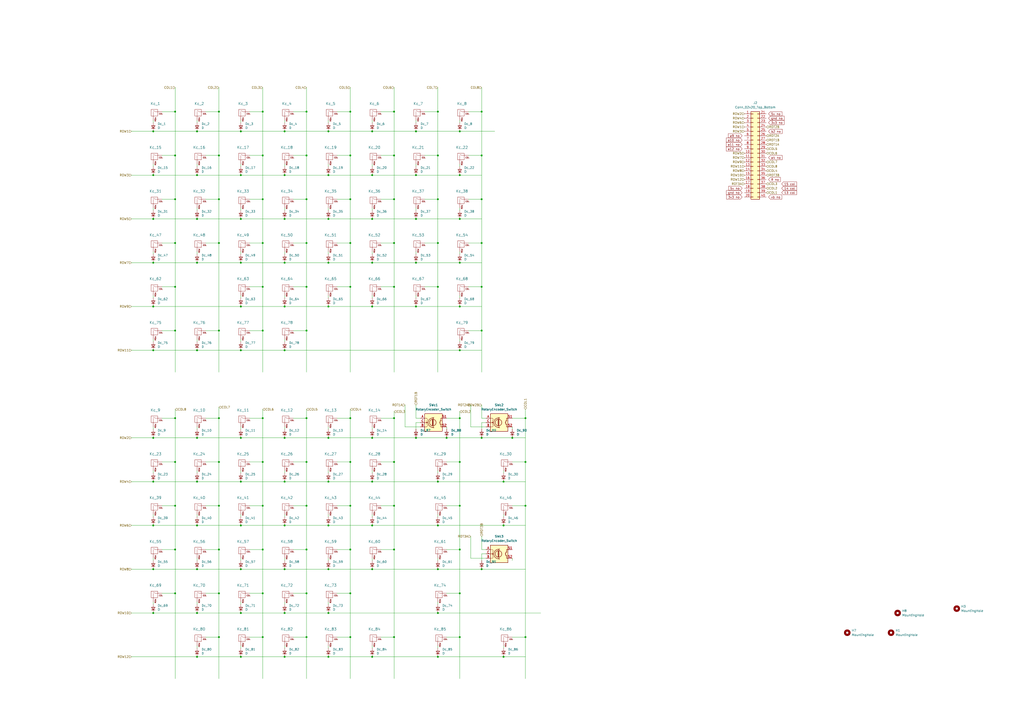
<source format=kicad_sch>
(kicad_sch (version 20231120) (generator "eeschema") (generator_version "8.0")
  (paper "A2")
  (junction (at 292.1 304.8))
  (junction (at 139.7 203.2))
  (junction (at 101.6 140.97))
  (junction (at 254 64.77))
  (junction (at 152.4 242.57))
  (junction (at 127 191.77))
  (junction (at 203.2 115.57))
  (junction (at 190.5 101.6))
  (junction (at 114.3 152.4))
  (junction (at 228.6 140.97))
  (junction (at 101.6 115.57))
  (junction (at 190.5 254))
  (junction (at 228.6 90.17))
  (junction (at 127 64.77))
  (junction (at 266.7 203.2))
  (junction (at 228.6 166.37))
  (junction (at 215.9 152.4))
  (junction (at 127 267.97))
  (junction (at 254 381))
  (junction (at 215.9 279.4))
  (junction (at 266.7 318.77))
  (junction (at 152.4 166.37))
  (junction (at 88.9 279.4))
  (junction (at 101.6 318.77))
  (junction (at 292.1 279.4))
  (junction (at 266.7 293.37))
  (junction (at 241.3 152.4))
  (junction (at 139.7 76.2))
  (junction (at 203.2 242.57))
  (junction (at 203.2 64.77))
  (junction (at 88.9 76.2))
  (junction (at 177.8 318.77))
  (junction (at 88.9 203.2))
  (junction (at 215.9 304.8))
  (junction (at 139.7 381))
  (junction (at 127 242.57))
  (junction (at 114.3 304.8))
  (junction (at 266.7 127))
  (junction (at 215.9 330.2))
  (junction (at 165.1 355.6))
  (junction (at 152.4 344.17))
  (junction (at 165.1 330.2))
  (junction (at 279.4 330.2))
  (junction (at 165.1 177.8))
  (junction (at 266.7 369.57))
  (junction (at 139.7 127))
  (junction (at 177.8 293.37))
  (junction (at 241.3 101.6))
  (junction (at 203.2 267.97))
  (junction (at 88.9 330.2))
  (junction (at 177.8 64.77))
  (junction (at 203.2 166.37))
  (junction (at 165.1 304.8))
  (junction (at 215.9 127))
  (junction (at 165.1 203.2))
  (junction (at 152.4 369.57))
  (junction (at 254 279.4))
  (junction (at 101.6 90.17))
  (junction (at 165.1 127))
  (junction (at 139.7 152.4))
  (junction (at 228.6 318.77))
  (junction (at 292.1 381))
  (junction (at 101.6 267.97))
  (junction (at 228.6 267.97))
  (junction (at 228.6 293.37))
  (junction (at 152.4 267.97))
  (junction (at 254 90.17))
  (junction (at 127 140.97))
  (junction (at 127 318.77))
  (junction (at 165.1 381))
  (junction (at 279.4 115.57))
  (junction (at 177.8 267.97))
  (junction (at 228.6 242.57))
  (junction (at 139.7 355.6))
  (junction (at 279.4 191.77))
  (junction (at 190.5 355.6))
  (junction (at 177.8 344.17))
  (junction (at 88.9 254))
  (junction (at 101.6 191.77))
  (junction (at 241.3 127))
  (junction (at 114.3 381))
  (junction (at 152.4 90.17))
  (junction (at 114.3 101.6))
  (junction (at 254 304.8))
  (junction (at 266.7 101.6))
  (junction (at 254 140.97))
  (junction (at 152.4 115.57))
  (junction (at 254 115.57))
  (junction (at 228.6 64.77))
  (junction (at 228.6 369.57))
  (junction (at 114.3 355.6))
  (junction (at 152.4 64.77))
  (junction (at 101.6 293.37))
  (junction (at 88.9 127))
  (junction (at 304.8 267.97))
  (junction (at 139.7 330.2))
  (junction (at 114.3 279.4))
  (junction (at 266.7 152.4))
  (junction (at 304.8 242.57))
  (junction (at 177.8 242.57))
  (junction (at 165.1 279.4))
  (junction (at 101.6 166.37))
  (junction (at 266.7 242.57))
  (junction (at 254 355.6))
  (junction (at 88.9 152.4))
  (junction (at 279.4 166.37))
  (junction (at 152.4 140.97))
  (junction (at 190.5 330.2))
  (junction (at 88.9 101.6))
  (junction (at 139.7 177.8))
  (junction (at 114.3 76.2))
  (junction (at 114.3 330.2))
  (junction (at 139.7 304.8))
  (junction (at 215.9 177.8))
  (junction (at 297.18 254))
  (junction (at 241.3 254))
  (junction (at 259.08 254))
  (junction (at 203.2 318.77))
  (junction (at 215.9 254))
  (junction (at 203.2 90.17))
  (junction (at 101.6 64.77))
  (junction (at 177.8 191.77))
  (junction (at 190.5 76.2))
  (junction (at 190.5 304.8))
  (junction (at 152.4 318.77))
  (junction (at 215.9 76.2))
  (junction (at 177.8 166.37))
  (junction (at 203.2 344.17))
  (junction (at 190.5 152.4))
  (junction (at 139.7 254))
  (junction (at 203.2 140.97))
  (junction (at 241.3 177.8))
  (junction (at 88.9 177.8))
  (junction (at 190.5 279.4))
  (junction (at 127 293.37))
  (junction (at 304.8 293.37))
  (junction (at 152.4 191.77))
  (junction (at 203.2 369.57))
  (junction (at 279.4 254))
  (junction (at 165.1 152.4))
  (junction (at 101.6 242.57))
  (junction (at 266.7 267.97))
  (junction (at 127 369.57))
  (junction (at 203.2 293.37))
  (junction (at 152.4 293.37))
  (junction (at 88.9 355.6))
  (junction (at 139.7 101.6))
  (junction (at 177.8 115.57))
  (junction (at 190.5 381))
  (junction (at 266.7 344.17))
  (junction (at 190.5 177.8))
  (junction (at 215.9 101.6))
  (junction (at 254 330.2))
  (junction (at 139.7 279.4))
  (junction (at 279.4 140.97))
  (junction (at 165.1 101.6))
  (junction (at 101.6 344.17))
  (junction (at 177.8 140.97))
  (junction (at 215.9 381))
  (junction (at 177.8 90.17))
  (junction (at 114.3 254))
  (junction (at 165.1 254))
  (junction (at 177.8 369.57))
  (junction (at 127 90.17))
  (junction (at 279.4 90.17))
  (junction (at 241.3 76.2))
  (junction (at 266.7 76.2))
  (junction (at 114.3 127))
  (junction (at 114.3 203.2))
  (junction (at 127 115.57))
  (junction (at 88.9 304.8))
  (junction (at 254 166.37))
  (junction (at 279.4 64.77))
  (junction (at 266.7 177.8))
  (junction (at 228.6 115.57))
  (junction (at 127 344.17))
  (junction (at 165.1 76.2))
  (junction (at 304.8 369.57))
  (junction (at 190.5 127))
  (wire (pts (xy 101.6 140.97) (xy 101.6 166.37)))
  (wire (pts (xy 190.5 279.4) (xy 215.9 279.4)))
  (wire (pts (xy 127 293.37) (xy 127 318.77)))
  (wire (pts (xy 76.2 203.2) (xy 88.9 203.2)))
  (wire (pts (xy 195.58 267.97) (xy 203.2 267.97)))
  (wire (pts (xy 88.9 355.6) (xy 114.3 355.6)))
  (wire (pts (xy 76.2 304.8) (xy 88.9 304.8)))
  (wire (pts (xy 114.3 95.25) (xy 114.3 96.52)))
  (wire (pts (xy 119.38 242.57) (xy 127 242.57)))
  (wire (pts (xy 273.05 234.95) (xy 273.05 247.65)))
  (wire (pts (xy 119.38 369.57) (xy 127 369.57)))
  (wire (pts (xy 101.6 318.77) (xy 101.6 344.17)))
  (wire (pts (xy 127 90.17) (xy 127 115.57)))
  (wire (pts (xy 292.1 279.4) (xy 304.8 279.4)))
  (wire (pts (xy 190.5 76.2) (xy 215.9 76.2)))
  (wire (pts (xy 195.58 318.77) (xy 203.2 318.77)))
  (wire (pts (xy 76.2 381) (xy 114.3 381)))
  (wire (pts (xy 152.4 64.77) (xy 152.4 90.17)))
  (wire (pts (xy 246.38 90.17) (xy 254 90.17)))
  (wire (pts (xy 114.3 76.2) (xy 139.7 76.2)))
  (wire (pts (xy 139.7 152.4) (xy 165.1 152.4)))
  (wire (pts (xy 170.18 191.77) (xy 177.8 191.77)))
  (wire (pts (xy 190.5 355.6) (xy 254 355.6)))
  (wire (pts (xy 93.98 191.77) (xy 101.6 191.77)))
  (wire (pts (xy 241.3 254) (xy 259.08 254)))
  (wire (pts (xy 215.9 279.4) (xy 254 279.4)))
  (wire (pts (xy 254 50.8) (xy 254 64.77)))
  (wire (pts (xy 297.18 267.97) (xy 304.8 267.97)))
  (wire (pts (xy 266.7 95.25) (xy 266.7 96.52)))
  (wire (pts (xy 246.38 140.97) (xy 254 140.97)))
  (wire (pts (xy 139.7 355.6) (xy 165.1 355.6)))
  (wire (pts (xy 254 273.05) (xy 254 274.32)))
  (wire (pts (xy 215.9 254) (xy 241.3 254)))
  (wire (pts (xy 93.98 115.57) (xy 101.6 115.57)))
  (wire (pts (xy 215.9 146.05) (xy 215.9 147.32)))
  (wire (pts (xy 215.9 69.85) (xy 215.9 71.12)))
  (wire (pts (xy 203.2 267.97) (xy 203.2 293.37)))
  (wire (pts (xy 139.7 254) (xy 165.1 254)))
  (wire (pts (xy 266.7 267.97) (xy 266.7 293.37)))
  (wire (pts (xy 304.8 242.57) (xy 304.8 267.97)))
  (wire (pts (xy 170.18 140.97) (xy 177.8 140.97)))
  (wire (pts (xy 279.4 64.77) (xy 279.4 90.17)))
  (wire (pts (xy 152.4 140.97) (xy 152.4 166.37)))
  (wire (pts (xy 144.78 369.57) (xy 152.4 369.57)))
  (wire (pts (xy 190.5 273.05) (xy 190.5 274.32)))
  (wire (pts (xy 165.1 120.65) (xy 165.1 121.92)))
  (wire (pts (xy 297.18 323.85) (xy 297.18 325.12)))
  (wire (pts (xy 220.98 242.57) (xy 228.6 242.57)))
  (wire (pts (xy 177.8 140.97) (xy 177.8 166.37)))
  (wire (pts (xy 93.98 140.97) (xy 101.6 140.97)))
  (wire (pts (xy 119.38 90.17) (xy 127 90.17)))
  (wire (pts (xy 203.2 140.97) (xy 203.2 166.37)))
  (wire (pts (xy 114.3 381) (xy 139.7 381)))
  (wire (pts (xy 292.1 381) (xy 304.8 381)))
  (wire (pts (xy 114.3 273.05) (xy 114.3 274.32)))
  (wire (pts (xy 88.9 330.2) (xy 114.3 330.2)))
  (wire (pts (xy 152.4 369.57) (xy 152.4 393.7)))
  (wire (pts (xy 279.4 321.31) (xy 281.94 321.31)))
  (wire (pts (xy 195.58 90.17) (xy 203.2 90.17)))
  (wire (pts (xy 170.18 293.37) (xy 177.8 293.37)))
  (wire (pts (xy 165.1 101.6) (xy 190.5 101.6)))
  (wire (pts (xy 139.7 69.85) (xy 139.7 71.12)))
  (wire (pts (xy 266.7 203.2) (xy 279.4 203.2)))
  (wire (pts (xy 304.8 369.57) (xy 304.8 393.7)))
  (wire (pts (xy 304.8 267.97) (xy 304.8 293.37)))
  (wire (pts (xy 190.5 95.25) (xy 190.5 96.52)))
  (wire (pts (xy 195.58 64.77) (xy 203.2 64.77)))
  (wire (pts (xy 88.9 298.45) (xy 88.9 299.72)))
  (wire (pts (xy 190.5 298.45) (xy 190.5 299.72)))
  (wire (pts (xy 88.9 95.25) (xy 88.9 96.52)))
  (wire (pts (xy 297.18 242.57) (xy 304.8 242.57)))
  (wire (pts (xy 292.1 374.65) (xy 292.1 375.92)))
  (wire (pts (xy 144.78 191.77) (xy 152.4 191.77)))
  (wire (pts (xy 215.9 298.45) (xy 215.9 299.72)))
  (wire (pts (xy 139.7 247.65) (xy 139.7 248.92)))
  (wire (pts (xy 266.7 76.2) (xy 287.02 76.2)))
  (wire (pts (xy 139.7 330.2) (xy 165.1 330.2)))
  (wire (pts (xy 266.7 238.76) (xy 266.7 242.57)))
  (wire (pts (xy 195.58 242.57) (xy 203.2 242.57)))
  (wire (pts (xy 228.6 293.37) (xy 228.6 318.77)))
  (wire (pts (xy 297.18 247.65) (xy 297.18 248.92)))
  (wire (pts (xy 177.8 344.17) (xy 177.8 369.57)))
  (wire (pts (xy 203.2 344.17) (xy 203.2 369.57)))
  (wire (pts (xy 241.3 101.6) (xy 266.7 101.6)))
  (wire (pts (xy 228.6 238.76) (xy 228.6 242.57)))
  (wire (pts (xy 88.9 323.85) (xy 88.9 325.12)))
  (wire (pts (xy 203.2 242.57) (xy 203.2 267.97)))
  (wire (pts (xy 127 318.77) (xy 127 344.17)))
  (wire (pts (xy 215.9 273.05) (xy 215.9 274.32)))
  (wire (pts (xy 220.98 115.57) (xy 228.6 115.57)))
  (wire (pts (xy 215.9 381) (xy 254 381)))
  (wire (pts (xy 215.9 101.6) (xy 241.3 101.6)))
  (wire (pts (xy 101.6 191.77) (xy 101.6 215.9)))
  (wire (pts (xy 127 115.57) (xy 127 140.97)))
  (wire (pts (xy 215.9 152.4) (xy 241.3 152.4)))
  (wire (pts (xy 114.3 152.4) (xy 139.7 152.4)))
  (wire (pts (xy 195.58 140.97) (xy 203.2 140.97)))
  (wire (pts (xy 165.1 196.85) (xy 165.1 198.12)))
  (wire (pts (xy 119.38 191.77) (xy 127 191.77)))
  (wire (pts (xy 271.78 64.77) (xy 279.4 64.77)))
  (wire (pts (xy 203.2 64.77) (xy 203.2 90.17)))
  (wire (pts (xy 259.08 247.65) (xy 259.08 248.92)))
  (wire (pts (xy 88.9 120.65) (xy 88.9 121.92)))
  (wire (pts (xy 152.4 242.57) (xy 152.4 267.97)))
  (wire (pts (xy 165.1 349.25) (xy 165.1 350.52)))
  (wire (pts (xy 195.58 344.17) (xy 203.2 344.17)))
  (wire (pts (xy 152.4 242.57) (xy 152.4 237.49)))
  (wire (pts (xy 93.98 267.97) (xy 101.6 267.97)))
  (wire (pts (xy 139.7 374.65) (xy 139.7 375.92)))
  (wire (pts (xy 195.58 369.57) (xy 203.2 369.57)))
  (wire (pts (xy 266.7 69.85) (xy 266.7 71.12)))
  (wire (pts (xy 190.5 381) (xy 215.9 381)))
  (wire (pts (xy 165.1 247.65) (xy 165.1 248.92)))
  (wire (pts (xy 152.4 115.57) (xy 152.4 140.97)))
  (wire (pts (xy 292.1 273.05) (xy 292.1 274.32)))
  (wire (pts (xy 292.1 304.8) (xy 304.8 304.8)))
  (wire (pts (xy 279.4 254) (xy 297.18 254)))
  (wire (pts (xy 93.98 64.77) (xy 101.6 64.77)))
  (wire (pts (xy 127 191.77) (xy 127 215.9)))
  (wire (pts (xy 88.9 254) (xy 114.3 254)))
  (wire (pts (xy 88.9 349.25) (xy 88.9 350.52)))
  (wire (pts (xy 152.4 293.37) (xy 152.4 318.77)))
  (wire (pts (xy 254 349.25) (xy 254 350.52)))
  (wire (pts (xy 228.6 115.57) (xy 228.6 140.97)))
  (wire (pts (xy 220.98 90.17) (xy 228.6 90.17)))
  (wire (pts (xy 127 369.57) (xy 127 393.7)))
  (wire (pts (xy 177.8 293.37) (xy 177.8 318.77)))
  (wire (pts (xy 152.4 90.17) (xy 152.4 115.57)))
  (wire (pts (xy 101.6 64.77) (xy 101.6 90.17)))
  (wire (pts (xy 76.2 101.6) (xy 88.9 101.6)))
  (wire (pts (xy 165.1 203.2) (xy 266.7 203.2)))
  (wire (pts (xy 114.3 196.85) (xy 114.3 198.12)))
  (wire (pts (xy 266.7 318.77) (xy 266.7 344.17)))
  (wire (pts (xy 292.1 298.45) (xy 292.1 299.72)))
  (wire (pts (xy 165.1 95.25) (xy 165.1 96.52)))
  (wire (pts (xy 88.9 279.4) (xy 114.3 279.4)))
  (wire (pts (xy 203.2 90.17) (xy 203.2 115.57)))
  (wire (pts (xy 88.9 196.85) (xy 88.9 198.12)))
  (wire (pts (xy 152.4 50.8) (xy 152.4 64.77)))
  (wire (pts (xy 165.1 381) (xy 190.5 381)))
  (wire (pts (xy 165.1 374.65) (xy 165.1 375.92)))
  (wire (pts (xy 170.18 344.17) (xy 177.8 344.17)))
  (wire (pts (xy 165.1 330.2) (xy 190.5 330.2)))
  (wire (pts (xy 177.8 318.77) (xy 177.8 344.17)))
  (wire (pts (xy 279.4 50.8) (xy 279.4 64.77)))
  (wire (pts (xy 190.5 171.45) (xy 190.5 172.72)))
  (wire (pts (xy 139.7 203.2) (xy 165.1 203.2)))
  (wire (pts (xy 220.98 64.77) (xy 228.6 64.77)))
  (wire (pts (xy 139.7 279.4) (xy 165.1 279.4)))
  (wire (pts (xy 114.3 374.65) (xy 114.3 375.92)))
  (wire (pts (xy 266.7 369.57) (xy 266.7 393.7)))
  (wire (pts (xy 215.9 127) (xy 241.3 127)))
  (wire (pts (xy 220.98 318.77) (xy 228.6 318.77)))
  (wire (pts (xy 241.3 127) (xy 266.7 127)))
  (wire (pts (xy 127 50.8) (xy 127 64.77)))
  (wire (pts (xy 165.1 273.05) (xy 165.1 274.32)))
  (wire (pts (xy 254 115.57) (xy 254 140.97)))
  (wire (pts (xy 139.7 177.8) (xy 165.1 177.8)))
  (wire (pts (xy 177.8 115.57) (xy 177.8 140.97)))
  (wire (pts (xy 215.9 171.45) (xy 215.9 172.72)))
  (wire (pts (xy 114.3 298.45) (xy 114.3 299.72)))
  (wire (pts (xy 228.6 90.17) (xy 228.6 115.57)))
  (wire (pts (xy 279.4 245.11) (xy 279.4 248.92)))
  (wire (pts (xy 101.6 237.49) (xy 101.6 242.57)))
  (wire (pts (xy 144.78 90.17) (xy 152.4 90.17)))
  (wire (pts (xy 246.38 166.37) (xy 254 166.37)))
  (wire (pts (xy 190.5 304.8) (xy 215.9 304.8)))
  (wire (pts (xy 101.6 115.57) (xy 101.6 140.97)))
  (wire (pts (xy 254 381) (xy 292.1 381)))
  (wire (pts (xy 165.1 279.4) (xy 190.5 279.4)))
  (wire (pts (xy 254 355.6) (xy 313.69 355.6)))
  (wire (pts (xy 220.98 166.37) (xy 228.6 166.37)))
  (wire (pts (xy 220.98 369.57) (xy 228.6 369.57)))
  (wire (pts (xy 139.7 101.6) (xy 165.1 101.6)))
  (wire (pts (xy 76.2 330.2) (xy 88.9 330.2)))
  (wire (pts (xy 170.18 64.77) (xy 177.8 64.77)))
  (wire (pts (xy 165.1 171.45) (xy 165.1 172.72)))
  (wire (pts (xy 139.7 349.25) (xy 139.7 350.52)))
  (wire (pts (xy 271.78 115.57) (xy 279.4 115.57)))
  (wire (pts (xy 88.9 101.6) (xy 114.3 101.6)))
  (wire (pts (xy 144.78 267.97) (xy 152.4 267.97)))
  (wire (pts (xy 241.3 120.65) (xy 241.3 121.92)))
  (wire (pts (xy 139.7 171.45) (xy 139.7 172.72)))
  (wire (pts (xy 279.4 330.2) (xy 304.8 330.2)))
  (wire (pts (xy 281.94 242.57) (xy 279.4 242.57)))
  (wire (pts (xy 279.4 166.37) (xy 279.4 191.77)))
  (wire (pts (xy 190.5 69.85) (xy 190.5 71.12)))
  (wire (pts (xy 190.5 349.25) (xy 190.5 350.52)))
  (wire (pts (xy 266.7 196.85) (xy 266.7 198.12)))
  (wire (pts (xy 279.4 321.31) (xy 279.4 325.12)))
  (wire (pts (xy 203.2 166.37) (xy 203.2 215.9)))
  (wire (pts (xy 88.9 171.45) (xy 88.9 172.72)))
  (wire (pts (xy 88.9 152.4) (xy 114.3 152.4)))
  (wire (pts (xy 170.18 166.37) (xy 177.8 166.37)))
  (wire (pts (xy 165.1 355.6) (xy 190.5 355.6)))
  (wire (pts (xy 101.6 50.8) (xy 101.6 64.77)))
  (wire (pts (xy 203.2 318.77) (xy 203.2 344.17)))
  (wire (pts (xy 114.3 203.2) (xy 139.7 203.2)))
  (wire (pts (xy 93.98 318.77) (xy 101.6 318.77)))
  (wire (pts (xy 119.38 344.17) (xy 127 344.17)))
  (wire (pts (xy 190.5 120.65) (xy 190.5 121.92)))
  (wire (pts (xy 273.05 311.15) (xy 273.05 323.85)))
  (wire (pts (xy 279.4 311.15) (xy 279.4 318.77)))
  (wire (pts (xy 215.9 330.2) (xy 254 330.2)))
  (wire (pts (xy 165.1 76.2) (xy 190.5 76.2)))
  (wire (pts (xy 254 279.4) (xy 292.1 279.4)))
  (wire (pts (xy 139.7 381) (xy 165.1 381)))
  (wire (pts (xy 114.3 355.6) (xy 139.7 355.6)))
  (wire (pts (xy 88.9 127) (xy 114.3 127)))
  (wire (pts (xy 297.18 369.57) (xy 304.8 369.57)))
  (wire (pts (xy 88.9 69.85) (xy 88.9 71.12)))
  (wire (pts (xy 228.6 166.37) (xy 228.6 215.9)))
  (wire (pts (xy 279.4 191.77) (xy 279.4 215.9)))
  (wire (pts (xy 139.7 76.2) (xy 165.1 76.2)))
  (wire (pts (xy 165.1 254) (xy 190.5 254)))
  (wire (pts (xy 114.3 323.85) (xy 114.3 325.12)))
  (wire (pts (xy 127 242.57) (xy 127 267.97)))
  (wire (pts (xy 297.18 293.37) (xy 304.8 293.37)))
  (wire (pts (xy 259.08 318.77) (xy 266.7 318.77)))
  (wire (pts (xy 203.2 293.37) (xy 203.2 318.77)))
  (wire (pts (xy 152.4 191.77) (xy 152.4 215.9)))
  (wire (pts (xy 190.5 177.8) (xy 215.9 177.8)))
  (wire (pts (xy 170.18 318.77) (xy 177.8 318.77)))
  (wire (pts (xy 190.5 374.65) (xy 190.5 375.92)))
  (wire (pts (xy 304.8 293.37) (xy 304.8 369.57)))
  (wire (pts (xy 228.6 50.8) (xy 228.6 64.77)))
  (wire (pts (xy 203.2 50.8) (xy 203.2 64.77)))
  (wire (pts (xy 241.3 245.11) (xy 243.84 245.11)))
  (wire (pts (xy 246.38 115.57) (xy 254 115.57)))
  (wire (pts (xy 228.6 318.77) (xy 228.6 369.57)))
  (wire (pts (xy 243.84 242.57) (xy 241.3 242.57)))
  (wire (pts (xy 259.08 344.17) (xy 266.7 344.17)))
  (wire (pts (xy 254 374.65) (xy 254 375.92)))
  (wire (pts (xy 114.3 101.6) (xy 139.7 101.6)))
  (wire (pts (xy 241.3 76.2) (xy 266.7 76.2)))
  (wire (pts (xy 266.7 127) (xy 279.4 127)))
  (wire (pts (xy 144.78 344.17) (xy 152.4 344.17)))
  (wire (pts (xy 144.78 166.37) (xy 152.4 166.37)))
  (wire (pts (xy 93.98 90.17) (xy 101.6 90.17)))
  (wire (pts (xy 88.9 146.05) (xy 88.9 147.32)))
  (wire (pts (xy 114.3 127) (xy 139.7 127)))
  (wire (pts (xy 177.8 191.77) (xy 177.8 215.9)))
  (wire (pts (xy 152.4 344.17) (xy 152.4 369.57)))
  (wire (pts (xy 241.3 245.11) (xy 241.3 248.92)))
  (wire (pts (xy 139.7 127) (xy 165.1 127)))
  (wire (pts (xy 119.38 64.77) (xy 127 64.77)))
  (wire (pts (xy 88.9 177.8) (xy 139.7 177.8)))
  (wire (pts (xy 88.9 76.2) (xy 114.3 76.2)))
  (wire (pts (xy 254 140.97) (xy 254 166.37)))
  (wire (pts (xy 266.7 101.6) (xy 279.4 101.6)))
  (wire (pts (xy 144.78 293.37) (xy 152.4 293.37)))
  (wire (pts (xy 139.7 298.45) (xy 139.7 299.72)))
  (wire (pts (xy 119.38 140.97) (xy 127 140.97)))
  (wire (pts (xy 215.9 374.65) (xy 215.9 375.92)))
  (wire (pts (xy 279.4 115.57) (xy 279.4 140.97)))
  (wire (pts (xy 228.6 140.97) (xy 228.6 166.37)))
  (wire (pts (xy 281.94 323.85) (xy 273.05 323.85)))
  (wire (pts (xy 88.9 247.65) (xy 88.9 248.92)))
  (wire (pts (xy 228.6 369.57) (xy 228.6 393.7)))
  (wire (pts (xy 254 166.37) (xy 254 215.9)))
  (wire (pts (xy 165.1 304.8) (xy 190.5 304.8)))
  (wire (pts (xy 254 298.45) (xy 254 299.72)))
  (wire (pts (xy 220.98 293.37) (xy 228.6 293.37)))
  (wire (pts (xy 114.3 304.8) (xy 139.7 304.8)))
  (wire (pts (xy 266.7 152.4) (xy 279.4 152.4)))
  (wire (pts (xy 170.18 242.57) (xy 177.8 242.57)))
  (wire (pts (xy 177.8 90.17) (xy 177.8 115.57)))
  (wire (pts (xy 101.6 90.17) (xy 101.6 115.57)))
  (wire (pts (xy 241.3 146.05) (xy 241.3 147.32)))
  (wire (pts (xy 281.94 318.77) (xy 279.4 318.77)))
  (wire (pts (xy 76.2 355.6) (xy 88.9 355.6)))
  (wire (pts (xy 76.2 152.4) (xy 88.9 152.4)))
  (wire (pts (xy 190.5 146.05) (xy 190.5 147.32)))
  (wire (pts (xy 266.7 146.05) (xy 266.7 147.32)))
  (wire (pts (xy 195.58 293.37) (xy 203.2 293.37)))
  (wire (pts (xy 114.3 120.65) (xy 114.3 121.92)))
  (wire (pts (xy 220.98 267.97) (xy 228.6 267.97)))
  (wire (pts (xy 259.08 293.37) (xy 266.7 293.37)))
  (wire (pts (xy 195.58 115.57) (xy 203.2 115.57)))
  (wire (pts (xy 114.3 146.05) (xy 114.3 147.32)))
  (wire (pts (xy 254 330.2) (xy 279.4 330.2)))
  (wire (pts (xy 165.1 298.45) (xy 165.1 299.72)))
  (wire (pts (xy 259.08 254) (xy 279.4 254)))
  (wire (pts (xy 170.18 267.97) (xy 177.8 267.97)))
  (wire (pts (xy 215.9 177.8) (xy 241.3 177.8)))
  (wire (pts (xy 243.84 247.65) (xy 234.95 247.65)))
  (wire (pts (xy 139.7 120.65) (xy 139.7 121.92)))
  (wire (pts (xy 241.3 171.45) (xy 241.3 172.72)))
  (wire (pts (xy 139.7 304.8) (xy 165.1 304.8)))
  (wire (pts (xy 119.38 318.77) (xy 127 318.77)))
  (wire (pts (xy 215.9 120.65) (xy 215.9 121.92)))
  (wire (pts (xy 203.2 369.57) (xy 203.2 393.7)))
  (wire (pts (xy 215.9 95.25) (xy 215.9 96.52)))
  (wire (pts (xy 152.4 318.77) (xy 152.4 344.17)))
  (wire (pts (xy 234.95 234.95) (xy 234.95 247.65)))
  (wire (pts (xy 241.3 234.95) (xy 241.3 242.57)))
  (wire (pts (xy 76.2 279.4) (xy 88.9 279.4)))
  (wire (pts (xy 76.2 76.2) (xy 88.9 76.2)))
  (wire (pts (xy 76.2 254) (xy 88.9 254)))
  (wire (pts (xy 152.4 267.97) (xy 152.4 293.37)))
  (wire (pts (xy 271.78 166.37) (xy 279.4 166.37)))
  (wire (pts (xy 127 236.22) (xy 127 242.57)))
  (wire (pts (xy 190.5 323.85) (xy 190.5 325.12)))
  (wire (pts (xy 279.4 90.17) (xy 279.4 115.57)))
  (wire (pts (xy 266.7 344.17) (xy 266.7 369.57)))
  (wire (pts (xy 101.6 267.97) (xy 101.6 293.37)))
  (wire (pts (xy 114.3 254) (xy 139.7 254)))
  (wire (pts (xy 246.38 64.77) (xy 254 64.77)))
  (wire (pts (xy 266.7 171.45) (xy 266.7 172.72)))
  (wire (pts (xy 254 90.17) (xy 254 115.57)))
  (wire (pts (xy 177.8 237.49) (xy 177.8 242.57)))
  (wire (pts (xy 144.78 140.97) (xy 152.4 140.97)))
  (wire (pts (xy 203.2 237.49) (xy 203.2 242.57)))
  (wire (pts (xy 165.1 127) (xy 190.5 127)))
  (wire (pts (xy 271.78 140.97) (xy 279.4 140.97)))
  (wire (pts (xy 177.8 50.8) (xy 177.8 64.77)))
  (wire (pts (xy 119.38 267.97) (xy 127 267.97)))
  (wire (pts (xy 93.98 166.37) (xy 101.6 166.37)))
  (wire (pts (xy 139.7 95.25) (xy 139.7 96.52)))
  (wire (pts (xy 195.58 166.37) (xy 203.2 166.37)))
  (wire (pts (xy 144.78 318.77) (xy 152.4 318.77)))
  (wire (pts (xy 177.8 242.57) (xy 177.8 267.97)))
  (wire (pts (xy 177.8 64.77) (xy 177.8 90.17)))
  (wire (pts (xy 228.6 267.97) (xy 228.6 293.37)))
  (wire (pts (xy 190.5 101.6) (xy 215.9 101.6)))
  (wire (pts (xy 266.7 177.8) (xy 279.4 177.8)))
  (wire (pts (xy 279.4 245.11) (xy 281.94 245.11)))
  (wire (pts (xy 228.6 64.77) (xy 228.6 90.17)))
  (wire (pts (xy 241.3 69.85) (xy 241.3 71.12)))
  (wire (pts (xy 119.38 293.37) (xy 127 293.37)))
  (wire (pts (xy 259.08 242.57) (xy 266.7 242.57)))
  (wire (pts (xy 101.6 242.57) (xy 101.6 267.97)))
  (wire (pts (xy 114.3 247.65) (xy 114.3 248.92)))
  (wire (pts (xy 144.78 64.77) (xy 152.4 64.77)))
  (wire (pts (xy 297.18 254) (xy 304.8 254)))
  (wire (pts (xy 220.98 140.97) (xy 228.6 140.97)))
  (wire (pts (xy 88.9 273.05) (xy 88.9 274.32)))
  (wire (pts (xy 165.1 146.05) (xy 165.1 147.32)))
  (wire (pts (xy 203.2 115.57) (xy 203.2 140.97)))
  (wire (pts (xy 114.3 279.4) (xy 139.7 279.4)))
  (wire (pts (xy 215.9 323.85) (xy 215.9 325.12)))
  (wire (pts (xy 279.4 140.97) (xy 279.4 166.37)))
  (wire (pts (xy 254 304.8) (xy 292.1 304.8)))
  (wire (pts (xy 281.94 247.65) (xy 273.05 247.65)))
  (wire (pts (xy 266.7 293.37) (xy 266.7 318.77)))
  (wire (pts (xy 127 267.97) (xy 127 293.37)))
  (wire (pts (xy 101.6 344.17) (xy 101.6 393.7)))
  (wire (pts (xy 279.4 234.95) (xy 279.4 242.57)))
  (wire (pts (xy 165.1 177.8) (xy 190.5 177.8)))
  (wire (pts (xy 76.2 127) (xy 88.9 127)))
  (wire (pts (xy 165.1 323.85) (xy 165.1 325.12)))
  (wire (pts (xy 114.3 330.2) (xy 139.7 330.2)))
  (wire (pts (xy 254 323.85) (xy 254 325.12)))
  (wire (pts (xy 170.18 115.57) (xy 177.8 115.57)))
  (wire (pts (xy 165.1 152.4) (xy 190.5 152.4)))
  (wire (pts (xy 127 64.77) (xy 127 90.17)))
  (wire (pts (xy 266.7 120.65) (xy 266.7 121.92)))
  (wire (pts (xy 190.5 330.2) (xy 215.9 330.2)))
  (wire (pts (xy 259.08 267.97) (xy 266.7 267.97)))
  (wire (pts (xy 271.78 191.77) (xy 279.4 191.77)))
  (wire (pts (xy 144.78 115.57) (xy 152.4 115.57)))
  (wire (pts (xy 152.4 166.37) (xy 152.4 191.77)))
  (wire (pts (xy 271.78 90.17) (xy 279.4 90.17)))
  (wire (pts (xy 119.38 115.57) (xy 127 115.57)))
  (wire (pts (xy 114.3 349.25) (xy 114.3 350.52)))
  (wire (pts (xy 241.3 177.8) (xy 266.7 177.8)))
  (wire (pts (xy 177.8 166.37) (xy 177.8 191.77)))
  (wire (pts (xy 101.6 293.37) (xy 101.6 318.77)))
  (wire (pts (xy 139.7 323.85) (xy 139.7 325.12)))
  (wire (pts (xy 127 344.17) (xy 127 369.57)))
  (wire (pts (xy 304.8 237.49) (xy 304.8 242.57)))
  (wire (pts (xy 215.9 76.2) (xy 241.3 76.2)))
  (wire (pts (xy 88.9 304.8) (xy 114.3 304.8)))
  (wire (pts (xy 139.7 196.85) (xy 139.7 198.12)))
  (wire (pts (xy 139.7 146.05) (xy 139.7 147.32)))
  (wire (pts (xy 127 140.97) (xy 127 191.77)))
  (wire (pts (xy 215.9 247.65) (xy 215.9 248.92)))
  (wire (pts (xy 101.6 166.37) (xy 101.6 191.77)))
  (wire (pts (xy 259.08 369.57) (xy 266.7 369.57)))
  (wire (pts (xy 254 64.77) (xy 254 90.17)))
  (wire (pts (xy 190.5 254) (xy 215.9 254)))
  (wire (pts (xy 93.98 293.37) (xy 101.6 293.37)))
  (wire (pts (xy 190.5 127) (xy 215.9 127)))
  (wire (pts (xy 139.7 273.05) (xy 139.7 274.32)))
  (wire (pts (xy 93.98 242.57) (xy 101.6 242.57)))
  (wire (pts (xy 88.9 203.2) (xy 114.3 203.2)))
  (wire (pts (xy 266.7 242.57) (xy 266.7 267.97)))
  (wire (pts (xy 228.6 242.57) (xy 228.6 267.97)))
  (wire (pts (xy 170.18 90.17) (xy 177.8 90.17)))
  (wire (pts (xy 165.1 69.85) (xy 165.1 71.12)))
  (wire (pts (xy 190.5 247.65) (xy 190.5 248.92)))
  (wire (pts (xy 190.5 152.4) (xy 215.9 152.4)))
  (wire (pts (xy 93.98 344.17) (xy 101.6 344.17)))
  (wire (pts (xy 241.3 95.25) (xy 241.3 96.52)))
  (wire (pts (xy 177.8 267.97) (xy 177.8 293.37)))
  (wire (pts (xy 170.18 369.57) (xy 177.8 369.57)))
  (wire (pts (xy 241.3 152.4) (xy 266.7 152.4)))
  (wire (pts (xy 144.78 242.57) (xy 152.4 242.57)))
  (wire (pts (xy 177.8 369.57) (xy 177.8 393.7)))
  (wire (pts (xy 76.2 177.8) (xy 88.9 177.8)))
  (wire (pts (xy 215.9 304.8) (xy 254 304.8)))
  (wire (pts (xy 114.3 69.85) (xy 114.3 71.12)))
  (global_label "vb no" (shape input) (at 445.77 114.3 0) (property "Intersheetrefs" "${INTERSHEET_REFS}" (effects (hide yes))))
  (global_label "R no" (shape input) (at 445.77 104.14 0) (property "Intersheetrefs" "${INTERSHEET_REFS}" (effects (hide yes))))
  (global_label "3v3 no" (shape input) (at 430.53 114.3 180) (property "Intersheetrefs" "${INTERSHEET_REFS}" (effects (hide yes))))
  (global_label "b2 no" (shape input) (at 445.77 76.2 0) (property "Intersheetrefs" "${INTERSHEET_REFS}" (effects (hide yes))))
  (global_label "gnd no" (shape input) (at 445.77 68.58 0) (property "Intersheetrefs" "${INTERSHEET_REFS}" (effects (hide yes))))
  (global_label "gnd no" (shape input) (at 430.53 111.76 180) (property "Intersheetrefs" "${INTERSHEET_REFS}" (effects (hide yes))))
  (global_label "5v no" (shape input) (at 445.77 66.04 0) (property "Intersheetrefs" "${INTERSHEET_REFS}" (effects (hide yes))))
  (global_label "a9 no" (shape input) (at 430.53 78.74 180) (property "Intersheetrefs" "${INTERSHEET_REFS}" (effects (hide yes))))
  (global_label "a4 no" (shape input) (at 445.77 91.44 0) (property "Intersheetrefs" "${INTERSHEET_REFS}" (effects (hide yes))))
  (global_label "15 col" (shape input) (at 453.39 106.68 0) (property "Intersheetrefs" "${INTERSHEET_REFS}" (effects (hide yes))))
  (global_label "5v no" (shape input) (at 430.53 109.22 180) (property "Intersheetrefs" "${INTERSHEET_REFS}" (effects (hide yes))))
  (global_label "a12 no" (shape input) (at 430.53 86.36 180) (property "Intersheetrefs" "${INTERSHEET_REFS}" (effects (hide yes))))
  (global_label "13 col" (shape input) (at 453.39 111.76 0) (property "Intersheetrefs" "${INTERSHEET_REFS}" (effects (hide yes))))
  (global_label "3v3 no" (shape input) (at 445.77 71.12 0) (property "Intersheetrefs" "${INTERSHEET_REFS}" (effects (hide yes))))
  (global_label "a11 no" (shape input) (at 430.53 83.82 180) (property "Intersheetrefs" "${INTERSHEET_REFS}" (effects (hide yes))))
  (global_label "14 col" (shape input) (at 453.39 109.22 0) (property "Intersheetrefs" "${INTERSHEET_REFS}" (effects (hide yes))))
  (global_label "a10 no" (shape input) (at 430.53 81.28 180) (property "Intersheetrefs" "${INTERSHEET_REFS}" (effects (hide yes))))
  (hierarchical_label "ROW4" (shape input) (at 76.2 279.4 180))
  (hierarchical_label "ROW9" (shape input) (at 431.8 93.98 180))
  (hierarchical_label "COL4" (shape input) (at 444.5 99.06 0))
  (hierarchical_label "ROT3B" (shape input) (at 279.4 311.15 90))
  (hierarchical_label "ROT1A" (shape input) (at 234.95 234.95 180))
  (hierarchical_label "ROT3A" (shape input) (at 273.05 311.15 180))
  (hierarchical_label "COL7" (shape input) (at 127 236.22 0))
  (hierarchical_label "ROT1B" (shape input) (at 241.3 234.95 90))
  (hierarchical_label "ROW6" (shape input) (at 76.2 304.8 180))
  (hierarchical_label "COL3" (shape input) (at 444.5 106.68 0))
  (hierarchical_label "ROW5" (shape input) (at 431.8 88.9 180))
  (hierarchical_label "COL6" (shape input) (at 444.5 88.9 0))
  (hierarchical_label "ROW12" (shape input) (at 431.8 104.14 180))
  (hierarchical_label "ROT2A" (shape input) (at 273.05 234.95 180))
  (hierarchical_label "COL7" (shape input) (at 444.5 93.98 0))
  (hierarchical_label "ROW1" (shape input) (at 431.8 73.66 180))
  (hierarchical_label "COL8" (shape input) (at 101.6 237.49 0))
  (hierarchical_label "COL2" (shape input) (at 127 50.8 180))
  (hierarchical_label "COL1" (shape input) (at 101.6 50.8 180))
  (hierarchical_label "COL2" (shape input) (at 444.5 109.22 0))
  (hierarchical_label "COL4" (shape input) (at 203.2 237.49 0))
  (hierarchical_label "ROT3A" (shape input) (at 431.8 106.68 180))
  (hierarchical_label "COL5" (shape input) (at 203.2 50.8 180))
  (hierarchical_label "COL8" (shape input) (at 279.4 50.8 180))
  (hierarchical_label "ROW2" (shape input) (at 76.2 254 180))
  (hierarchical_label "COL2" (shape input) (at 266.7 238.76 0))
  (hierarchical_label "COL1" (shape input) (at 304.8 237.49 90))
  (hierarchical_label "COL5" (shape input) (at 444.5 86.36 0))
  (hierarchical_label "ROW11" (shape input) (at 431.8 96.52 180))
  (hierarchical_label "COL4" (shape input) (at 177.8 50.8 180))
  (hierarchical_label "ROT2A" (shape input) (at 444.5 78.74 0))
  (hierarchical_label "COL3" (shape input) (at 152.4 50.8 180))
  (hierarchical_label "ROW3" (shape input) (at 431.8 76.2 180))
  (hierarchical_label "ROT3B" (shape input) (at 444.5 101.6 0))
  (hierarchical_label "ROT1A" (shape input) (at 444.5 83.82 0))
  (hierarchical_label "ROW7" (shape input) (at 76.2 152.4 180))
  (hierarchical_label "ROW1" (shape input) (at 76.2 76.2 180))
  (hierarchical_label "ROW10" (shape input) (at 76.2 355.6 180))
  (hierarchical_label "ROT1B" (shape input) (at 444.5 81.28 0))
  (hierarchical_label "COL7" (shape input) (at 254 50.8 180))
  (hierarchical_label "COL1" (shape input) (at 444.5 111.76 0))
  (hierarchical_label "ROW8" (shape input) (at 431.8 99.06 180))
  (hierarchical_label "ROW2B" (shape input) (at 279.4 234.95 180))
  (hierarchical_label "ROW3" (shape input) (at 76.2 101.6 180))
  (hierarchical_label "ROW5" (shape input) (at 76.2 127 180))
  (hierarchical_label "COL6" (shape input) (at 152.4 237.49 0))
  (hierarchical_label "ROW2" (shape input) (at 431.8 66.04 180))
  (hierarchical_label "ROW7" (shape input) (at 431.8 91.44 180))
  (hierarchical_label "COL3" (shape input) (at 228.6 238.76 0))
  (hierarchical_label "ROT2B" (shape input) (at 444.5 73.66 0))
  (hierarchical_label "COL5" (shape input) (at 177.8 237.49 0))
  (hierarchical_label "ROW8" (shape input) (at 76.2 330.2 180))
  (hierarchical_label "ROW11" (shape input) (at 76.2 203.2 180))
  (hierarchical_label "ROW6" (shape input) (at 431.8 71.12 180))
  (hierarchical_label "COL8" (shape input) (at 444.5 96.52 0))
  (hierarchical_label "ROW10" (shape input) (at 431.8 101.6 180))
  (hierarchical_label "ROW4" (shape input) (at 431.8 68.58 180))
  (hierarchical_label "COL6" (shape input) (at 228.6 50.8 180))
  (hierarchical_label "ROW12" (shape input) (at 76.2 381 180))
  (hierarchical_label "ROW9" (shape input) (at 76.2 177.8 180))
  (symbol (lib_id "MX_Alps_Hybrid:MX-NoLED") (at 255.27 294.64 0) (unit 1)
    (property "Reference" "Kc_45" (at 255.27 288.7218 0) (effects (font (size 1.524 1.524))))
    (property "Value" "KEYSW" (effects (hide yes)))
    (property "Footprint" "MX_Only:MXOnly-1U-Hotswap" (effects (hide yes)))
  )
  (symbol (lib_id "MX_Alps_Hybrid:MX-NoLED") (at 140.97 91.44 0) (unit 1)
    (property "Reference" "Kc_17" (at 140.97 85.5218 0) (effects (font (size 1.524 1.524))))
    (property "Value" "KEYSW" (effects (hide yes)))
    (property "Footprint" "MX_Only:MXOnly-1U-Hotswap" (effects (hide yes)))
  )
  (symbol (lib_id "Device:D_Small") (at 254 276.86 90) (unit 1)
    (property "Reference" "Dc_29" (at 256.54 275.082 90) (effects (justify right)))
    (property "Value" "D" (at 256.54 277.368 90) (effects (justify right)))
    (property "Footprint" "Diode_SMD:D_SOD-123" (effects (hide yes)))
    (property "Description" "Diode, small symbol" (effects (hide yes)))
    (property "Sim.Device" "D" (effects (hide yes)))
    (property "Sim.Pins" "1=K 2=A" (effects (hide yes)))
  )
  (symbol (lib_id "Device:D_Small") (at 190.5 175.26 90) (unit 1)
    (property "Reference" "Dc_65" (at 193.04 173.482 90) (effects (justify right)))
    (property "Value" "D" (at 193.04 175.768 90) (effects (justify right)))
    (property "Footprint" "Diode_SMD:D_SOD-123" (effects (hide yes)))
    (property "Description" "Diode, small symbol" (effects (hide yes)))
    (property "Sim.Device" "D" (effects (hide yes)))
    (property "Sim.Pins" "1=K 2=A" (effects (hide yes)))
  )
  (symbol (lib_id "MX_Alps_Hybrid:MX-NoLED") (at 217.17 269.24 0) (unit 1)
    (property "Reference" "Kc_28" (at 217.17 263.3218 0) (effects (font (size 1.524 1.524))))
    (property "Value" "KEYSW" (effects (hide yes)))
    (property "Footprint" "MX_Only:MXOnly-2U-Hotswap" (effects (hide yes)))
  )
  (symbol (lib_id "MX_Alps_Hybrid:MX-NoLED") (at 217.17 142.24 0) (unit 1)
    (property "Reference" "Kc_52" (at 217.17 136.3218 0) (effects (font (size 1.524 1.524))))
    (property "Value" "KEYSW" (effects (hide yes)))
    (property "Footprint" "MX_Only:MXOnly-1U-Hotswap" (effects (hide yes)))
  )
  (symbol (lib_id "MX_Alps_Hybrid:MX-NoLED") (at 217.17 116.84 0) (unit 1)
    (property "Reference" "Kc_36" (at 217.17 110.9218 0) (effects (font (size 1.524 1.524))))
    (property "Value" "KEYSW" (effects (hide yes)))
    (property "Footprint" "MX_Only:MXOnly-1U-Hotswap" (effects (hide yes)))
  )
  (symbol (lib_id "MX_Alps_Hybrid:MX-NoLED") (at 217.17 370.84 0) (unit 1)
    (property "Reference" "Kc_84" (at 217.17 364.9218 0) (effects (font (size 1.524 1.524))))
    (property "Value" "KEYSW" (effects (hide yes)))
    (property "Footprint" "MX_Only:MXOnly-1U-Hotswap" (effects (hide yes)))
  )
  (symbol (lib_id "Device:D_Small") (at 114.3 378.46 90) (unit 1)
    (property "Reference" "Dc_80" (at 116.84 376.682 90) (effects (justify right)))
    (property "Value" "D" (at 116.84 378.968 90) (effects (justify right)))
    (property "Footprint" "Diode_SMD:D_SOD-123" (effects (hide yes)))
    (property "Description" "Diode, small symbol" (effects (hide yes)))
    (property "Sim.Device" "D" (effects (hide yes)))
    (property "Sim.Pins" "1=K 2=A" (effects (hide yes)))
  )
  (symbol (lib_id "Device:D_Small") (at 114.3 327.66 90) (unit 1)
    (property "Reference" "Dc_56" (at 116.84 325.882 90) (effects (justify right)))
    (property "Value" "D" (at 116.84 328.168 90) (effects (justify right)))
    (property "Footprint" "Diode_SMD:D_SOD-123" (effects (hide yes)))
    (property "Description" "Diode, small symbol" (effects (hide yes)))
    (property "Sim.Device" "D" (effects (hide yes)))
    (property "Sim.Pins" "1=K 2=A" (effects (hide yes)))
  )
  (symbol (lib_id "Device:D_Small") (at 165.1 327.66 90) (unit 1)
    (property "Reference" "Dc_58" (at 167.64 325.882 90) (effects (justify right)))
    (property "Value" "D" (at 167.64 328.168 90) (effects (justify right)))
    (property "Footprint" "Diode_SMD:D_SOD-123" (effects (hide yes)))
    (property "Description" "Diode, small symbol" (effects (hide yes)))
    (property "Sim.Device" "D" (effects (hide yes)))
    (property "Sim.Pins" "1=K 2=A" (effects (hide yes)))
  )
  (symbol (lib_id "MX_Alps_Hybrid:MX-NoLED") (at 166.37 345.44 0) (unit 1)
    (property "Reference" "Kc_72" (at 166.37 339.5218 0) (effects (font (size 1.524 1.524))))
    (property "Value" "KEYSW" (effects (hide yes)))
    (property "Footprint" "MX_Only:MXOnly-1U-Hotswap" (effects (hide yes)))
  )
  (symbol (lib_id "Device:D_Small") (at 266.7 99.06 90) (unit 1)
    (property "Reference" "Dc_22" (at 269.24 97.282 90) (effects (justify right)))
    (property "Value" "D" (at 269.24 99.568 90) (effects (justify right)))
    (property "Footprint" "Diode_SMD:D_SOD-123" (effects (hide yes)))
    (property "Description" "Diode, small symbol" (effects (hide yes)))
    (property "Sim.Device" "D" (effects (hide yes)))
    (property "Sim.Pins" "1=K 2=A" (effects (hide yes)))
  )
  (symbol (lib_id "Device:D_Small") (at 114.3 302.26 90) (unit 1)
    (property "Reference" "Dc_40" (at 116.84 300.482 90) (effects (justify right)))
    (property "Value" "D" (at 116.84 302.768 90) (effects (justify right)))
    (property "Footprint" "Diode_SMD:D_SOD-123" (effects (hide yes)))
    (property "Description" "Diode, small symbol" (effects (hide yes)))
    (property "Sim.Device" "D" (effects (hide yes)))
    (property "Sim.Pins" "1=K 2=A" (effects (hide yes)))
  )
  (symbol (lib_id "Device:D_Small") (at 114.3 200.66 90) (unit 1)
    (property "Reference" "Dc_76" (at 116.84 198.882 90) (effects (justify right)))
    (property "Value" "D" (at 116.84 201.168 90) (effects (justify right)))
    (property "Footprint" "Diode_SMD:D_SOD-123" (effects (hide yes)))
    (property "Description" "Diode, small symbol" (effects (hide yes)))
    (property "Sim.Device" "D" (effects (hide yes)))
    (property "Sim.Pins" "1=K 2=A" (effects (hide yes)))
  )
  (symbol (lib_id "Device:D_Small") (at 114.3 99.06 90) (unit 1)
    (property "Reference" "Dc_16" (at 116.84 97.282 90) (effects (justify right)))
    (property "Value" "D" (at 116.84 99.568 90) (effects (justify right)))
    (property "Footprint" "Diode_SMD:D_SOD-123" (effects (hide yes)))
    (property "Description" "Diode, small symbol" (effects (hide yes)))
    (property "Sim.Device" "D" (effects (hide yes)))
    (property "Sim.Pins" "1=K 2=A" (effects (hide yes)))
  )
  (symbol (lib_id "MX_Alps_Hybrid:MX-NoLED") (at 166.37 269.24 0) (unit 1)
    (property "Reference" "Kc_26" (at 166.37 263.3218 0) (effects (font (size 1.524 1.524))))
    (property "Value" "KEYSW" (effects (hide yes)))
    (property "Footprint" "MX_Only:MXOnly-1U-Hotswap" (effects (hide yes)))
  )
  (symbol (lib_id "MX_Alps_Hybrid:MX-NoLED") (at 166.37 142.24 0) (unit 1)
    (property "Reference" "Kc_50" (at 166.37 136.3218 0) (effects (font (size 1.524 1.524))))
    (property "Value" "KEYSW" (effects (hide yes)))
    (property "Footprint" "MX_Only:MXOnly-1U-Hotswap" (effects (hide yes)))
  )
  (symbol (lib_id "MX_Alps_Hybrid:MX-NoLED") (at 267.97 167.64 0) (unit 1)
    (property "Reference" "Kc_68" (at 267.97 161.7218 0) (effects (font (size 1.524 1.524))))
    (property "Value" "KEYSW" (effects (hide yes)))
    (property "Footprint" "MX_Only:MXOnly-1U-Hotswap" (effects (hide yes)))
  )
  (symbol (lib_id "MX_Alps_Hybrid:MX-NoLED") (at 90.17 91.44 0) (unit 1)
    (property "Reference" "Kc_15" (at 90.17 85.5218 0) (effects (font (size 1.524 1.524))))
    (property "Value" "KEYSW" (effects (hide yes)))
    (property "Footprint" "MX_Only:MXOnly-1U-Hotswap" (effects (hide yes)))
  )
  (symbol (lib_id "Device:D_Small") (at 88.9 276.86 90) (unit 1)
    (property "Reference" "Dc_23" (at 91.44 275.082 90) (effects (justify right)))
    (property "Value" "D" (at 91.44 277.368 90) (effects (justify right)))
    (property "Footprint" "Diode_SMD:D_SOD-123" (effects (hide yes)))
    (property "Description" "Diode, small symbol" (effects (hide yes)))
    (property "Sim.Device" "D" (effects (hide yes)))
    (property "Sim.Pins" "1=K 2=A" (effects (hide yes)))
  )
  (symbol (lib_id "MX_Alps_Hybrid:MX-NoLED") (at 166.37 66.04 0) (unit 1)
    (property "Reference" "Kc_4" (at 166.37 60.1218 0) (effects (font (size 1.524 1.524))))
    (property "Value" "KEYSW" (effects (hide yes)))
    (property "Footprint" "MX_Only:MXOnly-1U-Hotswap" (effects (hide yes)))
  )
  (symbol (lib_id "Device:D_Small") (at 266.7 149.86 90) (unit 1)
    (property "Reference" "Dc_54" (at 269.24 148.082 90) (effects (justify right)))
    (property "Value" "D" (at 269.24 150.368 90) (effects (justify right)))
    (property "Footprint" "Diode_SMD:D_SOD-123" (effects (hide yes)))
    (property "Description" "Diode, small symbol" (effects (hide yes)))
    (property "Sim.Device" "D" (effects (hide yes)))
    (property "Sim.Pins" "1=K 2=A" (effects (hide yes)))
  )
  (symbol (lib_id "MX_Alps_Hybrid:MX-NoLED") (at 217.17 91.44 0) (unit 1)
    (property "Reference" "Kc_20" (at 217.17 85.5218 0) (effects (font (size 1.524 1.524))))
    (property "Value" "KEYSW" (effects (hide yes)))
    (property "Footprint" "MX_Only:MXOnly-1U-Hotswap" (effects (hide yes)))
  )
  (symbol (lib_id "MX_Alps_Hybrid:MX-NoLED") (at 115.57 142.24 0) (unit 1)
    (property "Reference" "Kc_48" (at 115.57 136.3218 0) (effects (font (size 1.524 1.524))))
    (property "Value" "KEYSW" (effects (hide yes)))
    (property "Footprint" "MX_Only:MXOnly-1U-Hotswap" (effects (hide yes)))
  )
  (symbol (lib_id "Device:D_Small") (at 165.1 276.86 90) (unit 1)
    (property "Reference" "Dc_26" (at 167.64 275.082 90) (effects (justify right)))
    (property "Value" "D" (at 167.64 277.368 90) (effects (justify right)))
    (property "Footprint" "Diode_SMD:D_SOD-123" (effects (hide yes)))
    (property "Description" "Diode, small symbol" (effects (hide yes)))
    (property "Sim.Device" "D" (effects (hide yes)))
    (property "Sim.Pins" "1=K 2=A" (effects (hide yes)))
  )
  (symbol (lib_id "MX_Alps_Hybrid:MX-NoLED") (at 191.77 142.24 0) (unit 1)
    (property "Reference" "Kc_51" (at 191.77 136.3218 0) (effects (font (size 1.524 1.524))))
    (property "Value" "KEYSW" (effects (hide yes)))
    (property "Footprint" "MX_Only:MXOnly-1U-Hotswap" (effects (hide yes)))
  )
  (symbol (lib_id "MX_Alps_Hybrid:MX-NoLED") (at 191.77 345.44 0) (unit 1)
    (property "Reference" "Kc_73" (at 191.77 339.5218 0) (effects (font (size 1.524 1.524))))
    (property "Value" "KEYSW" (effects (hide yes)))
    (property "Footprint" "MX_Only:MXOnly-2.75U-Hotswap" (effects (hide yes)))
  )
  (symbol (lib_id "Device:RotaryEncoder_Switch") (at 289.56 245.11 0) (unit 1)
    (property "Reference" "SWc2" (at 289.56 234.95 0))
    (property "Value" "RotaryEncoder_Switch" (at 289.56 237.49 0))
    (property "Footprint" "Rotary_Encoder:RotaryEncoder_Alps_EC12E-Switch_Vertical_H20mm" (effects (hide yes)))
    (property "Description" "Rotary encoder, dual channel, incremental quadrate outputs, with switch" (effects (hide yes)))
  )
  (symbol (lib_id "Device:D_Small") (at 114.3 353.06 90) (unit 1)
    (property "Reference" "Dc_70" (at 116.84 351.282 90) (effects (justify right)))
    (property "Value" "D" (at 116.84 353.568 90) (effects (justify right)))
    (property "Footprint" "Diode_SMD:D_SOD-123" (effects (hide yes)))
    (property "Description" "Diode, small symbol" (effects (hide yes)))
    (property "Sim.Device" "D" (effects (hide yes)))
    (property "Sim.Pins" "1=K 2=A" (effects (hide yes)))
  )
  (symbol (lib_id "MX_Alps_Hybrid:MX-NoLED") (at 267.97 66.04 0) (unit 1)
    (property "Reference" "Kc_8" (at 267.97 60.1218 0) (effects (font (size 1.524 1.524))))
    (property "Value" "KEYSW" (effects (hide yes)))
    (property "Footprint" "MX_Only:MXOnly-1U-Hotswap" (effects (hide yes)))
  )
  (symbol (lib_id "Device:D_Small") (at 165.1 99.06 90) (unit 1)
    (property "Reference" "Dc_18" (at 167.64 97.282 90) (effects (justify right)))
    (property "Value" "D" (at 167.64 99.568 90) (effects (justify right)))
    (property "Footprint" "Diode_SMD:D_SOD-123" (effects (hide yes)))
    (property "Description" "Diode, small symbol" (effects (hide yes)))
    (property "Sim.Device" "D" (effects (hide yes)))
    (property "Sim.Pins" "1=K 2=A" (effects (hide yes)))
  )
  (symbol (lib_id "Device:D_Small") (at 215.9 99.06 90) (unit 1)
    (property "Reference" "Dc_20" (at 218.44 97.282 90) (effects (justify right)))
    (property "Value" "D" (at 218.44 99.568 90) (effects (justify right)))
    (property "Footprint" "Diode_SMD:D_SOD-123" (effects (hide yes)))
    (property "Description" "Diode, small symbol" (effects (hide yes)))
    (property "Sim.Device" "D" (effects (hide yes)))
    (property "Sim.Pins" "1=K 2=A" (effects (hide yes)))
  )
  (symbol (lib_id "MX_Alps_Hybrid:MX-NoLED") (at 90.17 294.64 0) (unit 1)
    (property "Reference" "Kc_39" (at 90.17 288.7218 0) (effects (font (size 1.524 1.524))))
    (property "Value" "KEYSW" (effects (hide yes)))
    (property "Footprint" "MX_Only:MXOnly-1U-Hotswap" (effects (hide yes)))
  )
  (symbol (lib_id "MX_Alps_Hybrid:MX-NoLED") (at 191.77 91.44 0) (unit 1)
    (property "Reference" "Kc_19" (at 191.77 85.5218 0) (effects (font (size 1.524 1.524))))
    (property "Value" "KEYSW" (effects (hide yes)))
    (property "Footprint" "MX_Only:MXOnly-1U-Hotswap" (effects (hide yes)))
  )
  (symbol (lib_id "MX_Alps_Hybrid:MX-NoLED") (at 115.57 193.04 0) (unit 1)
    (property "Reference" "Kc_76" (at 115.57 187.1218 0) (effects (font (size 1.524 1.524))))
    (property "Value" "KEYSW" (effects (hide yes)))
    (property "Footprint" "MX_Only:MXOnly-1.25U-Hotswap" (effects (hide yes)))
  )
  (symbol (lib_id "Device:D_Small") (at 190.5 124.46 90) (unit 1)
    (property "Reference" "Dc_35" (at 193.04 122.682 90) (effects (justify right)))
    (property "Value" "D" (at 193.04 124.968 90) (effects (justify right)))
    (property "Footprint" "Diode_SMD:D_SOD-123" (effects (hide yes)))
    (property "Description" "Diode, small symbol" (effects (hide yes)))
    (property "Sim.Device" "D" (effects (hide yes)))
    (property "Sim.Pins" "1=K 2=A" (effects (hide yes)))
  )
  (symbol (lib_id "MX_Alps_Hybrid:MX-NoLED") (at 90.17 167.64 0) (unit 1)
    (property "Reference" "Kc_62" (at 90.17 161.7218 0) (effects (font (size 1.524 1.524))))
    (property "Value" "KEYSW" (effects (hide yes)))
    (property "Footprint" "MX_Only:MXOnly-2.25U-Hotswap" (effects (hide yes)))
  )
  (symbol (lib_id "Device:D_Small") (at 139.7 251.46 90) (unit 1)
    (property "Reference" "Dc_11" (at 142.24 249.682 90) (effects (justify right)))
    (property "Value" "D" (at 142.24 251.968 90) (effects (justify right)))
    (property "Footprint" "Diode_SMD:D_SOD-123" (effects (hide yes)))
    (property "Description" "Diode, small symbol" (effects (hide yes)))
    (property "Sim.Device" "D" (effects (hide yes)))
    (property "Sim.Pins" "1=K 2=A" (effects (hide yes)))
  )
  (symbol (lib_id "MX_Alps_Hybrid:MX-NoLED") (at 267.97 116.84 0) (unit 1)
    (property "Reference" "Kc_38" (at 267.97 110.9218 0) (effects (font (size 1.524 1.524))))
    (property "Value" "KEYSW" (effects (hide yes)))
    (property "Footprint" "MX_Only:MXOnly-1U-Hotswap" (effects (hide yes)))
  )
  (symbol (lib_id "Device:D_Small") (at 165.1 378.46 90) (unit 1)
    (property "Reference" "Dc_82" (at 167.64 376.682 90) (effects (justify right)))
    (property "Value" "D" (at 167.64 378.968 90) (effects (justify right)))
    (property "Footprint" "Diode_SMD:D_SOD-123" (effects (hide yes)))
    (property "Description" "Diode, small symbol" (effects (hide yes)))
    (property "Sim.Device" "D" (effects (hide yes)))
    (property "Sim.Pins" "1=K 2=A" (effects (hide yes)))
  )
  (symbol (lib_id "Device:D_Small") (at 254 302.26 90) (unit 1)
    (property "Reference" "Dc_45" (at 256.54 300.482 90) (effects (justify right)))
    (property "Value" "D" (at 256.54 302.768 90) (effects (justify right)))
    (property "Footprint" "Diode_SMD:D_SOD-123" (effects (hide yes)))
    (property "Description" "Diode, small symbol" (effects (hide yes)))
    (property "Sim.Device" "D" (effects (hide yes)))
    (property "Sim.Pins" "1=K 2=A" (effects (hide yes)))
  )
  (symbol (lib_id "MX_Alps_Hybrid:MX-NoLED") (at 191.77 167.64 0) (unit 1)
    (property "Reference" "Kc_65" (at 191.77 161.7218 0) (effects (font (size 1.524 1.524))))
    (property "Value" "KEYSW" (effects (hide yes)))
    (property "Footprint" "MX_Only:MXOnly-1U-Hotswap" (effects (hide yes)))
  )
  (symbol (lib_id "MX_Alps_Hybrid:MX-NoLED") (at 115.57 66.04 0) (unit 1)
    (property "Reference" "Kc_2" (at 115.57 60.1218 0) (effects (font (size 1.524 1.524))))
    (property "Value" "KEYSW" (effects (hide yes)))
    (property "Footprint" "MX_Only:MXOnly-1U-Hotswap" (effects (hide yes)))
  )
  (symbol (lib_id "Device:D_Small") (at 241.3 149.86 90) (unit 1)
    (property "Reference" "Dc_53" (at 243.84 148.082 90) (effects (justify right)))
    (property "Value" "D" (at 243.84 150.368 90) (effects (justify right)))
    (property "Footprint" "Diode_SMD:D_SOD-123" (effects (hide yes)))
    (property "Description" "Diode, small symbol" (effects (hide yes)))
    (property "Sim.Device" "D" (effects (hide yes)))
    (property "Sim.Pins" "1=K 2=A" (effects (hide yes)))
  )
  (symbol (lib_id "Device:D_Small") (at 88.9 200.66 90) (unit 1)
    (property "Reference" "Dc_75" (at 91.44 198.882 90) (effects (justify right)))
    (property "Value" "D" (at 91.44 201.168 90) (effects (justify right)))
    (property "Footprint" "Diode_SMD:D_SOD-123" (effects (hide yes)))
    (property "Description" "Diode, small symbol" (effects (hide yes)))
    (property "Sim.Device" "D" (effects (hide yes)))
    (property "Sim.Pins" "1=K 2=A" (effects (hide yes)))
  )
  (symbol (lib_id "MX_Alps_Hybrid:MX-NoLED") (at 255.27 345.44 0) (unit 1)
    (property "Reference" "Kc_74" (at 255.27 339.5218 0) (effects (font (size 1.524 1.524))))
    (property "Value" "KEYSW" (effects (hide yes)))
    (property "Footprint" "MX_Only:MXOnly-1U-Hotswap" (effects (hide yes)))
  )
  (symbol (lib_id "MX_Alps_Hybrid:MX-NoLED") (at 140.97 116.84 0) (unit 1)
    (property "Reference" "Kc_33" (at 140.97 110.9218 0) (effects (font (size 1.524 1.524))))
    (property "Value" "KEYSW" (effects (hide yes)))
    (property "Footprint" "MX_Only:MXOnly-1U-Hotswap" (effects (hide yes)))
  )
  (symbol (lib_id "Device:D_Small") (at 139.7 124.46 90) (unit 1)
    (property "Reference" "Dc_33" (at 142.24 122.682 90) (effects (justify right)))
    (property "Value" "D" (at 142.24 124.968 90) (effects (justify right)))
    (property "Footprint" "Diode_SMD:D_SOD-123" (effects (hide yes)))
    (property "Description" "Diode, small symbol" (effects (hide yes)))
    (property "Sim.Device" "D" (effects (hide yes)))
    (property "Sim.Pins" "1=K 2=A" (effects (hide yes)))
  )
  (symbol (lib_id "MX_Alps_Hybrid:MX-NoLED") (at 191.77 294.64 0) (unit 1)
    (property "Reference" "Kc_43" (at 191.77 288.7218 0) (effects (font (size 1.524 1.524))))
    (property "Value" "KEYSW" (effects (hide yes)))
    (property "Footprint" "MX_Only:MXOnly-1U-Hotswap" (effects (hide yes)))
  )
  (symbol (lib_id "Device:D_Small") (at 165.1 175.26 90) (unit 1)
    (property "Reference" "Dc_64" (at 167.64 173.482 90) (effects (justify right)))
    (property "Value" "D" (at 167.64 175.768 90) (effects (justify right)))
    (property "Footprint" "Diode_SMD:D_SOD-123" (effects (hide yes)))
    (property "Description" "Diode, small symbol" (effects (hide yes)))
    (property "Sim.Device" "D" (effects (hide yes)))
    (property "Sim.Pins" "1=K 2=A" (effects (hide yes)))
  )
  (symbol (lib_id "MX_Alps_Hybrid:MX-NoLED") (at 166.37 167.64 0) (unit 1)
    (property "Reference" "Kc_64" (at 166.37 161.7218 0) (effects (font (size 1.524 1.524))))
    (property "Value" "KEYSW" (effects (hide yes)))
    (property "Footprint" "MX_Only:MXOnly-1U-Hotswap" (effects (hide yes)))
  )
  (symbol (lib_id "Device:D_Small") (at 215.9 251.46 90) (unit 1)
    (property "Reference" "Dc_14" (at 218.44 249.682 90) (effects (justify right)))
    (property "Value" "D" (at 218.44 251.968 90) (effects (justify right)))
    (property "Footprint" "Diode_SMD:D_SOD-123" (effects (hide yes)))
    (property "Description" "Diode, small symbol" (effects (hide yes)))
    (property "Sim.Device" "D" (effects (hide yes)))
    (property "Sim.Pins" "1=K 2=A" (effects (hide yes)))
  )
  (symbol (lib_id "MX_Alps_Hybrid:MX-NoLED") (at 166.37 320.04 0) (unit 1)
    (property "Reference" "Kc_58" (at 166.37 314.1218 0) (effects (font (size 1.524 1.524))))
    (property "Value" "KEYSW" (effects (hide yes)))
    (property "Footprint" "MX_Only:MXOnly-1U-Hotswap" (effects (hide yes)))
  )
  (symbol (lib_id "MX_Alps_Hybrid:MX-NoLED") (at 217.17 66.04 0) (unit 1)
    (property "Reference" "Kc_6" (at 217.17 60.1218 0) (effects (font (size 1.524 1.524))))
    (property "Value" "KEYSW" (effects (hide yes)))
    (property "Footprint" "MX_Only:MXOnly-1U-Hotswap" (effects (hide yes)))
  )
  (symbol (lib_id "Device:D_Small") (at 165.1 124.46 90) (unit 1)
    (property "Reference" "Dc_34" (at 167.64 122.682 90) (effects (justify right)))
    (property "Value" "D" (at 167.64 124.968 90) (effects (justify right)))
    (property "Footprint" "Diode_SMD:D_SOD-123" (effects (hide yes)))
    (property "Description" "Diode, small symbol" (effects (hide yes)))
    (property "Sim.Device" "D" (effects (hide yes)))
    (property "Sim.Pins" "1=K 2=A" (effects (hide yes)))
  )
  (symbol (lib_id "Device:D_Small") (at 88.9 251.46 90) (unit 1)
    (property "Reference" "Dc_9" (at 91.44 249.682 90) (effects (justify right)))
    (property "Value" "D" (at 91.44 251.968 90) (effects (justify right)))
    (property "Footprint" "Diode_SMD:D_SOD-123" (effects (hide yes)))
    (property "Description" "Diode, small symbol" (effects (hide yes)))
    (property "Sim.Device" "D" (effects (hide yes)))
    (property "Sim.Pins" "1=K 2=A" (effects (hide yes)))
  )
  (symbol (lib_id "Device:D_Small") (at 165.1 302.26 90) (unit 1)
    (property "Reference" "Dc_42" (at 167.64 300.482 90) (effects (justify right)))
    (property "Value" "D" (at 167.64 302.768 90) (effects (justify right)))
    (property "Footprint" "Diode_SMD:D_SOD-123" (effects (hide yes)))
    (property "Description" "Diode, small symbol" (effects (hide yes)))
    (property "Sim.Device" "D" (effects (hide yes)))
    (property "Sim.Pins" "1=K 2=A" (effects (hide yes)))
  )
  (symbol (lib_id "Connector_Generic:Conn_02x20_Top_Bottom") (at 436.88 88.9 0) (unit 1)
    (property "Reference" "J2" (at 438.15 59.69 0))
    (property "Value" "Conn_02x20_Top_Bottom" (at 438.15 62.23 0))
    (property "Footprint" "my library:blackpill" (effects (hide yes)))
    (property "Description" "Generic connector, double row, 02x20, top/bottom pin numbering scheme (row 1: 1...pins_per_row, row2: pins_per_row+1 ... num_pins), script generated (kicad-library-utils/schlib/autogen/connector/)" (effects (hide yes)))
  )
  (symbol (lib_id "Device:D_Small") (at 88.9 302.26 90) (unit 1)
    (property "Reference" "Dc_39" (at 91.44 300.482 90) (effects (justify right)))
    (property "Value" "D" (at 91.44 302.768 90) (effects (justify right)))
    (property "Footprint" "Diode_SMD:D_SOD-123" (effects (hide yes)))
    (property "Description" "Diode, small symbol" (effects (hide yes)))
    (property "Sim.Device" "D" (effects (hide yes)))
    (property "Sim.Pins" "1=K 2=A" (effects (hide yes)))
  )
  (symbol (lib_id "MX_Alps_Hybrid:MX-NoLED") (at 293.37 294.64 0) (unit 1)
    (property "Reference" "Kc_46" (at 293.37 288.7218 0) (effects (font (size 1.524 1.524))))
    (property "Value" "KEYSW" (effects (hide yes)))
    (property "Footprint" "MX_Only:MXOnly-1U-Hotswap" (effects (hide yes)))
  )
  (symbol (lib_id "Device:D_Small") (at 88.9 124.46 90) (unit 1)
    (property "Reference" "Dc_31" (at 91.44 122.682 90) (effects (justify right)))
    (property "Value" "D" (at 91.44 124.968 90) (effects (justify right)))
    (property "Footprint" "Diode_SMD:D_SOD-123" (effects (hide yes)))
    (property "Description" "Diode, small symbol" (effects (hide yes)))
    (property "Sim.Device" "D" (effects (hide yes)))
    (property "Sim.Pins" "1=K 2=A" (effects (hide yes)))
  )
  (symbol (lib_id "Device:D_Small") (at 190.5 99.06 90) (unit 1)
    (property "Reference" "Dc_19" (at 193.04 97.282 90) (effects (justify right)))
    (property "Value" "D" (at 193.04 99.568 90) (effects (justify right)))
    (property "Footprint" "Diode_SMD:D_SOD-123" (effects (hide yes)))
    (property "Description" "Diode, small symbol" (effects (hide yes)))
    (property "Sim.Device" "D" (effects (hide yes)))
    (property "Sim.Pins" "1=K 2=A" (effects (hide yes)))
  )
  (symbol (lib_id "Device:D_Small") (at 215.9 149.86 90) (unit 1)
    (property "Reference" "Dc_52" (at 218.44 148.082 90) (effects (justify right)))
    (property "Value" "D" (at 218.44 150.368 90) (effects (justify right)))
    (property "Footprint" "Diode_SMD:D_SOD-123" (effects (hide yes)))
    (property "Description" "Diode, small symbol" (effects (hide yes)))
    (property "Sim.Device" "D" (effects (hide yes)))
    (property "Sim.Pins" "1=K 2=A" (effects (hide yes)))
  )
  (symbol (lib_id "MX_Alps_Hybrid:MX-NoLED") (at 140.97 320.04 0) (unit 1)
    (property "Reference" "Kc_57" (at 140.97 314.1218 0) (effects (font (size 1.524 1.524))))
    (property "Value" "KEYSW" (effects (hide yes)))
    (property "Footprint" "MX_Only:MXOnly-1U-Hotswap" (effects (hide yes)))
  )
  (symbol (lib_id "Device:D_Small") (at 292.1 378.46 90) (unit 1)
    (property "Reference" "Dc_86" (at 294.64 376.682 90) (effects (justify right)))
    (property "Value" "D" (at 294.64 378.968 90) (effects (justify right)))
    (property "Footprint" "Diode_SMD:D_SOD-123" (effects (hide yes)))
    (property "Description" "Diode, small symbol" (effects (hide yes)))
    (property "Sim.Device" "D" (effects (hide yes)))
    (property "Sim.Pins" "1=K 2=A" (effects (hide yes)))
  )
  (symbol (lib_id "Device:D_Small") (at 292.1 302.26 90) (unit 1)
    (property "Reference" "Dc_46" (at 294.64 300.482 90) (effects (justify right)))
    (property "Value" "D" (at 294.64 302.768 90) (effects (justify right)))
    (property "Footprint" "Diode_SMD:D_SOD-123" (effects (hide yes)))
    (property "Description" "Diode, small symbol" (effects (hide yes)))
    (property "Sim.Device" "D" (effects (hide yes)))
    (property "Sim.Pins" "1=K 2=A" (effects (hide yes)))
  )
  (symbol (lib_id "MX_Alps_Hybrid:MX-NoLED") (at 90.17 243.84 0) (unit 1)
    (property "Reference" "Kc_9" (at 90.17 237.9218 0) (effects (font (size 1.524 1.524))))
    (property "Value" "KEYSW" (effects (hide yes)))
    (property "Footprint" "MX_Only:MXOnly-1U-Hotswap" (effects (hide yes)))
  )
  (symbol (lib_id "Device:D_Small") (at 254 353.06 90) (unit 1)
    (property "Reference" "Dc_74" (at 256.54 351.282 90) (effects (justify right)))
    (property "Value" "D" (at 256.54 353.568 90) (effects (justify right)))
    (property "Footprint" "Diode_SMD:D_SOD-123" (effects (hide yes)))
    (property "Description" "Diode, small symbol" (effects (hide yes)))
    (property "Sim.Device" "D" (effects (hide yes)))
    (property "Sim.Pins" "1=K 2=A" (effects (hide yes)))
  )
  (symbol (lib_id "MX_Alps_Hybrid:MX-NoLED") (at 115.57 294.64 0) (unit 1)
    (property "Reference" "Kc_40" (at 115.57 288.7218 0) (effects (font (size 1.524 1.524))))
    (property "Value" "KEYSW" (effects (hide yes)))
    (property "Footprint" "MX_Only:MXOnly-1U-Hotswap" (effects (hide yes)))
  )
  (symbol (lib_id "MX_Alps_Hybrid:MX-NoLED") (at 255.27 269.24 0) (unit 1)
    (property "Reference" "Kc_29" (at 255.27 263.3218 0) (effects (font (size 1.524 1.524))))
    (property "Value" "KEYSW" (effects (hide yes)))
    (property "Footprint" "MX_Only:MXOnly-1U-Hotswap" (effects (hide yes)))
  )
  (symbol (lib_id "MX_Alps_Hybrid:MX-NoLED") (at 115.57 370.84 0) (unit 1)
    (property "Reference" "Kc_80" (at 115.57 364.9218 0) (effects (font (size 1.524 1.524))))
    (property "Value" "KEYSW" (effects (hide yes)))
    (property "Footprint" "MX_Only:MXOnly-1U-Hotswap" (effects (hide yes)))
  )
  (symbol (lib_id "Device:D_Small") (at 190.5 353.06 90) (unit 1)
    (property "Reference" "Dc_73" (at 193.04 351.282 90) (effects (justify right)))
    (property "Value" "D" (at 193.04 353.568 90) (effects (justify right)))
    (property "Footprint" "Diode_SMD:D_SOD-123" (effects (hide yes)))
    (property "Description" "Diode, small symbol" (effects (hide yes)))
    (property "Sim.Device" "D" (effects (hide yes)))
    (property "Sim.Pins" "1=K 2=A" (effects (hide yes)))
  )
  (symbol (lib_id "Mechanical:MountingHole") (at 491.49 367.03 0) (unit 1) (exclude_from_sim yes) (in_bom no)
    (property "Reference" "H7" (at 494.03 365.7599 0) (effects (justify left)))
    (property "Value" "MountingHole" (at 494.03 368.2999 0) (effects (justify left)))
    (property "Footprint" "MountingHole:MountingHole_2.2mm_M2" (effects (hide yes)))
    (property "Description" "Mounting Hole without connection" (effects (hide yes)))
  )
  (symbol (lib_id "MX_Alps_Hybrid:MX-NoLED") (at 166.37 116.84 0) (unit 1)
    (property "Reference" "Kc_34" (at 166.37 110.9218 0) (effects (font (size 1.524 1.524))))
    (property "Value" "KEYSW" (effects (hide yes)))
    (property "Footprint" "MX_Only:MXOnly-1U-Hotswap" (effects (hide yes)))
  )
  (symbol (lib_id "MX_Alps_Hybrid:MX-NoLED") (at 166.37 243.84 0) (unit 1)
    (property "Reference" "Kc_12" (at 166.37 237.9218 0) (effects (font (size 1.524 1.524))))
    (property "Value" "KEYSW" (effects (hide yes)))
    (property "Footprint" "MX_Only:MXOnly-1U-Hotswap" (effects (hide yes)))
  )
  (symbol (lib_id "MX_Alps_Hybrid:MX-NoLED") (at 115.57 269.24 0) (unit 1)
    (property "Reference" "Kc_24" (at 115.57 263.3218 0) (effects (font (size 1.524 1.524))))
    (property "Value" "KEYSW" (effects (hide yes)))
    (property "Footprint" "MX_Only:MXOnly-1U-Hotswap" (effects (hide yes)))
  )
  (symbol (lib_id "MX_Alps_Hybrid:MX-NoLED") (at 90.17 345.44 0) (unit 1)
    (property "Reference" "Kc_69" (at 90.17 339.5218 0) (effects (font (size 1.524 1.524))))
    (property "Value" "KEYSW" (effects (hide yes)))
    (property "Footprint" "MX_Only:MXOnly-1U-Hotswap" (effects (hide yes)))
  )
  (symbol (lib_id "MX_Alps_Hybrid:MX-NoLED") (at 267.97 193.04 0) (unit 1)
    (property "Reference" "Kc_79" (at 267.97 187.1218 0) (effects (font (size 1.524 1.524))))
    (property "Value" "KEYSW" (effects (hide yes)))
    (property "Footprint" "MX_Only:MXOnly-6.25U-Hotswap" (effects (hide yes)))
  )
  (symbol (lib_id "MX_Alps_Hybrid:MX-NoLED") (at 166.37 294.64 0) (unit 1)
    (property "Reference" "Kc_42" (at 166.37 288.7218 0) (effects (font (size 1.524 1.524))))
    (property "Value" "KEYSW" (effects (hide yes)))
    (property "Footprint" "MX_Only:MXOnly-1U-Hotswap" (effects (hide yes)))
  )
  (symbol (lib_id "Device:D_Small") (at 292.1 276.86 90) (unit 1)
    (property "Reference" "Dc_30" (at 294.64 275.082 90) (effects (justify right)))
    (property "Value" "D" (at 294.64 277.368 90) (effects (justify right)))
    (property "Footprint" "Diode_SMD:D_SOD-123" (effects (hide yes)))
    (property "Description" "Diode, small symbol" (effects (hide yes)))
    (property "Sim.Device" "D" (effects (hide yes)))
    (property "Sim.Pins" "1=K 2=A" (effects (hide yes)))
  )
  (symbol (lib_id "Device:D_Small") (at 266.7 175.26 90) (unit 1)
    (property "Reference" "Dc_68" (at 269.24 173.482 90) (effects (justify right)))
    (property "Value" "D" (at 269.24 175.768 90) (effects (justify right)))
    (property "Footprint" "Diode_SMD:D_SOD-123" (effects (hide yes)))
    (property "Description" "Diode, small symbol" (effects (hide yes)))
    (property "Sim.Device" "D" (effects (hide yes)))
    (property "Sim.Pins" "1=K 2=A" (effects (hide yes)))
  )
  (symbol (lib_id "MX_Alps_Hybrid:MX-NoLED") (at 242.57 66.04 0) (unit 1)
    (property "Reference" "Kc_7" (at 242.57 60.1218 0) (effects (font (size 1.524 1.524))))
    (property "Value" "KEYSW" (effects (hide yes)))
    (property "Footprint" "MX_Only:MXOnly-1U-Hotswap" (effects (hide yes)))
  )
  (symbol (lib_id "MX_Alps_Hybrid:MX-NoLED") (at 140.97 142.24 0) (unit 1)
    (property "Reference" "Kc_49" (at 140.97 136.3218 0) (effects (font (size 1.524 1.524))))
    (property "Value" "KEYSW" (effects (hide yes)))
    (property "Footprint" "MX_Only:MXOnly-1U-Hotswap" (effects (hide yes)))
  )
  (symbol (lib_id "MX_Alps_Hybrid:MX-NoLED") (at 115.57 91.44 0) (unit 1)
    (property "Reference" "Kc_16" (at 115.57 85.5218 0) (effects (font (size 1.524 1.524))))
    (property "Value" "KEYSW" (effects (hide yes)))
    (property "Footprint" "MX_Only:MXOnly-1U-Hotswap" (effects (hide yes)))
  )
  (symbol (lib_id "Device:D_Small") (at 190.5 73.66 90) (unit 1)
    (property "Reference" "Dc_5" (at 193.04 71.882 90) (effects (justify right)))
    (property "Value" "D" (at 193.04 74.168 90) (effects (justify right)))
    (property "Footprint" "Diode_SMD:D_SOD-123" (effects (hide yes)))
    (property "Description" "Diode, small symbol" (effects (hide yes)))
    (property "Sim.Device" "D" (effects (hide yes)))
    (property "Sim.Pins" "1=K 2=A" (effects (hide yes)))
  )
  (symbol (lib_id "MX_Alps_Hybrid:MX-NoLED") (at 267.97 142.24 0) (unit 1)
    (property "Reference" "Kc_54" (at 267.97 136.3218 0) (effects (font (size 1.524 1.524))))
    (property "Value" "KEYSW" (effects (hide yes)))
    (property "Footprint" "MX_Only:MXOnly-1U-Hotswap" (effects (hide yes)))
  )
  (symbol (lib_id "MX_Alps_Hybrid:MX-NoLED") (at 217.17 294.64 0) (unit 1)
    (property "Reference" "Kc_44" (at 217.17 288.7218 0) (effects (font (size 1.524 1.524))))
    (property "Value" "KEYSW" (effects (hide yes)))
    (property "Footprint" "MX_Only:MXOnly-1.5U-Hotswap" (effects (hide yes)))
  )
  (symbol (lib_id "MX_Alps_Hybrid:MX-NoLED") (at 191.77 269.24 0) (unit 1)
    (property "Reference" "Kc_27" (at 191.77 263.3218 0) (effects (font (size 1.524 1.524))))
    (property "Value" "KEYSW" (effects (hide yes)))
    (property "Footprint" "MX_Only:MXOnly-1U-Hotswap" (effects (hide yes)))
  )
  (symbol (lib_id "MX_Alps_Hybrid:MX-NoLED") (at 90.17 66.04 0) (unit 1)
    (property "Reference" "Kc_1" (at 90.17 60.1218 0) (effects (font (size 1.524 1.524))))
    (property "Value" "KEYSW" (effects (hide yes)))
    (property "Footprint" "MX_Only:MXOnly-1U-Hotswap" (effects (hide yes)))
  )
  (symbol (lib_id "MX_Alps_Hybrid:MX-NoLED") (at 242.57 116.84 0) (unit 1)
    (property "Reference" "Kc_37" (at 242.57 110.9218 0) (effects (font (size 1.524 1.524))))
    (property "Value" "KEYSW" (effects (hide yes)))
    (property "Footprint" "MX_Only:MXOnly-1U-Hotswap" (effects (hide yes)))
  )
  (symbol (lib_id "MX_Alps_Hybrid:MX-NoLED") (at 90.17 142.24 0) (unit 1)
    (property "Reference" "Kc_47" (at 90.17 136.3218 0) (effects (font (size 1.524 1.524))))
    (property "Value" "KEYSW" (effects (hide yes)))
    (property "Footprint" "MX_Only:MXOnly-1.75U-Hotswap" (effects (hide yes)))
  )
  (symbol (lib_id "MX_Alps_Hybrid:MX-NoLED") (at 255.27 320.04 0) (unit 1)
    (property "Reference" "Kc_61" (at 255.27 314.1218 0) (effects (font (size 1.524 1.524))))
    (property "Value" "KEYSW" (effects (hide yes)))
    (property "Footprint" "MX_Only:MXOnly-1U-Hotswap" (effects (hide yes)))
  )
  (symbol (lib_id "Device:D_Small") (at 215.9 175.26 90) (unit 1)
    (property "Reference" "Dc_66" (at 218.44 173.482 90) (effects (justify right)))
    (property "Value" "D" (at 218.44 175.768 90) (effects (justify right)))
    (property "Footprint" "Diode_SMD:D_SOD-123" (effects (hide yes)))
    (property "Description" "Diode, small symbol" (effects (hide yes)))
    (property "Sim.Device" "D" (effects (hide yes)))
    (property "Sim.Pins" "1=K 2=A" (effects (hide yes)))
  )
  (symbol (lib_id "MX_Alps_Hybrid:MX-NoLED") (at 140.97 167.64 0) (unit 1)
    (property "Reference" "Kc_63" (at 140.97 161.7218 0) (effects (font (size 1.524 1.524))))
    (property "Value" "KEYSW" (effects (hide yes)))
    (property "Footprint" "MX_Only:MXOnly-1U-Hotswap" (effects (hide yes)))
  )
  (symbol (lib_id "Device:D_Small") (at 215.9 302.26 90) (unit 1)
    (property "Reference" "Dc_44" (at 218.44 300.482 90) (effects (justify right)))
    (property "Value" "D" (at 218.44 302.768 90) (effects (justify right)))
    (property "Footprint" "Diode_SMD:D_SOD-123" (effects (hide yes)))
    (property "Description" "Diode, small symbol" (effects (hide yes)))
    (property "Sim.Device" "D" (effects (hide yes)))
    (property "Sim.Pins" "1=K 2=A" (effects (hide yes)))
  )
  (symbol (lib_id "Device:D_Small") (at 241.3 175.26 90) (unit 1)
    (property "Reference" "Dc_67" (at 243.84 173.482 90) (effects (justify right)))
    (property "Value" "D" (at 243.84 175.768 90) (effects (justify right)))
    (property "Footprint" "Diode_SMD:D_SOD-123" (effects (hide yes)))
    (property "Description" "Diode, small symbol" (effects (hide yes)))
    (property "Sim.Device" "D" (effects (hide yes)))
    (property "Sim.Pins" "1=K 2=A" (effects (hide yes)))
  )
  (symbol (lib_id "MX_Alps_Hybrid:MX-NoLED") (at 191.77 320.04 0) (unit 1)
    (property "Reference" "Kc_59" (at 191.77 314.1218 0) (effects (font (size 1.524 1.524))))
    (property "Value" "KEYSW" (effects (hide yes)))
    (property "Footprint" "MX_Only:MXOnly-2.25U-Hotswap" (effects (hide yes)))
  )
  (symbol (lib_id "MX_Alps_Hybrid:MX-NoLED") (at 90.17 116.84 0) (unit 1)
    (property "Reference" "Kc_31" (at 90.17 110.9218 0) (effects (font (size 1.524 1.524))))
    (property "Value" "KEYSW" (effects (hide yes)))
    (property "Footprint" "MX_Only:MXOnly-1.5U-Hotswap" (effects (hide yes)))
  )
  (symbol (lib_id "Device:RotaryEncoder_Switch") (at 289.56 321.31 0) (unit 1)
    (property "Reference" "SWc3" (at 289.56 311.15 0))
    (property "Value" "RotaryEncoder_Switch" (at 289.56 313.69 0))
    (property "Footprint" "Rotary_Encoder:RotaryEncoder_Alps_EC12E-Switch_Vertical_H20mm" (effects (hide yes)))
    (property "Description" "Rotary encoder, dual channel, incremental quadrate outputs, with switch" (effects (hide yes)))
  )
  (symbol (lib_id "Device:D_Small") (at 114.3 276.86 90) (unit 1)
    (property "Reference" "Dc_24" (at 116.84 275.082 90) (effects (justify right)))
    (property "Value" "D" (at 116.84 277.368 90) (effects (justify right)))
    (property "Footprint" "Diode_SMD:D_SOD-123" (effects (hide yes)))
    (property "Description" "Diode, small symbol" (effects (hide yes)))
    (property "Sim.Device" "D" (effects (hide yes)))
    (property "Sim.Pins" "1=K 2=A" (effects (hide yes)))
  )
  (symbol (lib_id "MX_Alps_Hybrid:MX-NoLED") (at 191.77 66.04 0) (unit 1)
    (property "Reference" "Kc_5" (at 191.77 60.1218 0) (effects (font (size 1.524 1.524))))
    (property "Value" "KEYSW" (effects (hide yes)))
    (property "Footprint" "MX_Only:MXOnly-1U-Hotswap" (effects (hide yes)))
  )
  (symbol (lib_id "Device:D_Small") (at 88.9 327.66 90) (unit 1)
    (property "Reference" "Dc_55" (at 91.44 325.882 90) (effects (justify right)))
    (property "Value" "D" (at 91.44 328.168 90) (effects (justify right)))
    (property "Footprint" "Diode_SMD:D_SOD-123" (effects (hide yes)))
    (property "Description" "Diode, small symbol" (effects (hide yes)))
    (property "Sim.Device" "D" (effects (hide yes)))
    (property "Sim.Pins" "1=K 2=A" (effects (hide yes)))
  )
  (symbol (lib_id "Device:D_Small") (at 279.4 251.46 90) (unit 1)
    (property "Reference" "Dc_89" (at 281.94 249.682 90) (effects (justify right)))
    (property "Value" "D" (at 281.94 251.968 90) (effects (justify right)))
    (property "Footprint" "Diode_SMD:D_SOD-123" (effects (hide yes)))
    (property "Description" "Diode, small symbol" (effects (hide yes)))
    (property "Sim.Device" "D" (effects (hide yes)))
    (property "Sim.Pins" "1=K 2=A" (effects (hide yes)))
  )
  (symbol (lib_id "Device:D_Small") (at 139.7 175.26 90) (unit 1)
    (property "Reference" "Dc_63" (at 142.24 173.482 90) (effects (justify right)))
    (property "Value" "D" (at 142.24 175.768 90) (effects (justify right)))
    (property "Footprint" "Diode_SMD:D_SOD-123" (effects (hide yes)))
    (property "Description" "Diode, small symbol" (effects (hide yes)))
    (property "Sim.Device" "D" (effects (hide yes)))
    (property "Sim.Pins" "1=K 2=A" (effects (hide yes)))
  )
  (symbol (lib_id "Device:D_Small") (at 241.3 73.66 90) (unit 1)
    (property "Reference" "Dc_7" (at 243.84 71.882 90) (effects (justify right)))
    (property "Value" "D" (at 243.84 74.168 90) (effects (justify right)))
    (property "Footprint" "Diode_SMD:D_SOD-123" (effects (hide yes)))
    (property "Description" "Diode, small symbol" (effects (hide yes)))
    (property "Sim.Device" "D" (effects (hide yes)))
    (property "Sim.Pins" "1=K 2=A" (effects (hide yes)))
  )
  (symbol (lib_id "MX_Alps_Hybrid:MX-NoLED") (at 115.57 243.84 0) (unit 1)
    (property "Reference" "Kc_10" (at 115.57 237.9218 0) (effects (font (size 1.524 1.524))))
    (property "Value" "KEYSW" (effects (hide yes)))
    (property "Footprint" "MX_Only:MXOnly-1U-Hotswap" (effects (hide yes)))
  )
  (symbol (lib_id "Device:D_Small") (at 215.9 378.46 90) (unit 1)
    (property "Reference" "Dc_84" (at 218.44 376.682 90) (effects (justify right)))
    (property "Value" "D" (at 218.44 378.968 90) (effects (justify right)))
    (property "Footprint" "Diode_SMD:D_SOD-123" (effects (hide yes)))
    (property "Description" "Diode, small symbol" (effects (hide yes)))
    (property "Sim.Device" "D" (effects (hide yes)))
    (property "Sim.Pins" "1=K 2=A" (effects (hide yes)))
  )
  (symbol (lib_id "Device:D_Small") (at 139.7 276.86 90) (unit 1)
    (property "Reference" "Dc_25" (at 142.24 275.082 90) (effects (justify right)))
    (property "Value" "D" (at 142.24 277.368 90) (effects (justify right)))
    (property "Footprint" "Diode_SMD:D_SOD-123" (effects (hide yes)))
    (property "Description" "Diode, small symbol" (effects (hide yes)))
    (property "Sim.Device" "D" (effects (hide yes)))
    (property "Sim.Pins" "1=K 2=A" (effects (hide yes)))
  )
  (symbol (lib_id "MX_Alps_Hybrid:MX-NoLED") (at 242.57 91.44 0) (unit 1)
    (property "Reference" "Kc_21" (at 242.57 85.5218 0) (effects (font (size 1.524 1.524))))
    (property "Value" "KEYSW" (effects (hide yes)))
    (property "Footprint" "MX_Only:MXOnly-1U-Hotswap" (effects (hide yes)))
  )
  (symbol (lib_id "MX_Alps_Hybrid:MX-NoLED") (at 191.77 116.84 0) (unit 1)
    (property "Reference" "Kc_35" (at 191.77 110.9218 0) (effects (font (size 1.524 1.524))))
    (property "Value" "KEYSW" (effects (hide yes)))
    (property "Footprint" "MX_Only:MXOnly-1U-Hotswap" (effects (hide yes)))
  )
  (symbol (lib_id "Device:D_Small") (at 88.9 99.06 90) (unit 1)
    (property "Reference" "Dc_15" (at 91.44 97.282 90) (effects (justify right)))
    (property "Value" "D" (at 91.44 99.568 90) (effects (justify right)))
    (property "Footprint" "Diode_SMD:D_SOD-123" (effects (hide yes)))
    (property "Description" "Diode, small symbol" (effects (hide yes)))
    (property "Sim.Device" "D" (effects (hide yes)))
    (property "Sim.Pins" "1=K 2=A" (effects (hide yes)))
  )
  (symbol (lib_id "Device:D_Small") (at 165.1 251.46 90) (unit 1)
    (property "Reference" "Dc_12" (at 167.64 249.682 90) (effects (justify right)))
    (property "Value" "D" (at 167.64 251.968 90) (effects (justify right)))
    (property "Footprint" "Diode_SMD:D_SOD-123" (effects (hide yes)))
    (property "Description" "Diode, small symbol" (effects (hide yes)))
    (property "Sim.Device" "D" (effects (hide yes)))
    (property "Sim.Pins" "1=K 2=A" (effects (hide yes)))
  )
  (symbol (lib_id "Device:D_Small") (at 165.1 200.66 90) (unit 1)
    (property "Reference" "Dc_78" (at 167.64 198.882 90) (effects (justify right)))
    (property "Value" "D" (at 167.64 201.168 90) (effects (justify right)))
    (property "Footprint" "Diode_SMD:D_SOD-123" (effects (hide yes)))
    (property "Description" "Diode, small symbol" (effects (hide yes)))
    (property "Sim.Device" "D" (effects (hide yes)))
    (property "Sim.Pins" "1=K 2=A" (effects (hide yes)))
  )
  (symbol (lib_id "Device:D_Small") (at 139.7 73.66 90) (unit 1)
    (property "Reference" "Dc_3" (at 142.24 71.882 90) (effects (justify right)))
    (property "Value" "D" (at 142.24 74.168 90) (effects (justify right)))
    (property "Footprint" "Diode_SMD:D_SOD-123" (effects (hide yes)))
    (property "Description" "Diode, small symbol" (effects (hide yes)))
    (property "Sim.Device" "D" (effects (hide yes)))
    (property "Sim.Pins" "1=K 2=A" (effects (hide yes)))
  )
  (symbol (lib_id "Device:D_Small") (at 241.3 124.46 90) (unit 1)
    (property "Reference" "Dc_37" (at 243.84 122.682 90) (effects (justify right)))
    (property "Value" "D" (at 243.84 124.968 90) (effects (justify right)))
    (property "Footprint" "Diode_SMD:D_SOD-123" (effects (hide yes)))
    (property "Description" "Diode, small symbol" (effects (hide yes)))
    (property "Sim.Device" "D" (effects (hide yes)))
    (property "Sim.Pins" "1=K 2=A" (effects (hide yes)))
  )
  (symbol (lib_id "Device:D_Small") (at 190.5 302.26 90) (unit 1)
    (property "Reference" "Dc_43" (at 193.04 300.482 90) (effects (justify right)))
    (property "Value" "D" (at 193.04 302.768 90) (effects (justify right)))
    (property "Footprint" "Diode_SMD:D_SOD-123" (effects (hide yes)))
    (property "Description" "Diode, small symbol" (effects (hide yes)))
    (property "Sim.Device" "D" (effects (hide yes)))
    (property "Sim.Pins" "1=K 2=A" (effects (hide yes)))
  )
  (symbol (lib_id "Device:D_Small") (at 297.18 251.46 90) (unit 1)
    (property "Reference" "Dc_90" (at 299.72 249.682 90) (effects (justify right)))
    (property "Value" "D" (at 299.72 251.968 90) (effects (justify right)))
    (property "Footprint" "Diode_SMD:D_SOD-123" (effects (hide yes)))
    (property "Description" "Diode, small symbol" (effects (hide yes)))
    (property "Sim.Device" "D" (effects (hide yes)))
    (property "Sim.Pins" "1=K 2=A" (effects (hide yes)))
  )
  (symbol (lib_id "MX_Alps_Hybrid:MX-NoLED") (at 293.37 370.84 0) (unit 1)
    (property "Reference" "Kc_86" (at 293.37 364.9218 0) (effects (font (size 1.524 1.524))))
    (property "Value" "KEYSW" (effects (hide yes)))
    (property "Footprint" "MX_Only:MXOnly-1U-Hotswap" (effects (hide yes)))
  )
  (symbol (lib_id "MX_Alps_Hybrid:MX-NoLED") (at 140.97 66.04 0) (unit 1)
    (property "Reference" "Kc_3" (at 140.97 60.1218 0) (effects (font (size 1.524 1.524))))
    (property "Value" "KEYSW" (effects (hide yes)))
    (property "Footprint" "MX_Only:MXOnly-1U-Hotswap" (effects (hide yes)))
  )
  (symbol (lib_id "MX_Alps_Hybrid:MX-NoLED") (at 115.57 345.44 0) (unit 1)
    (property "Reference" "Kc_70" (at 115.57 339.5218 0) (effects (font (size 1.524 1.524))))
    (property "Value" "KEYSW" (effects (hide yes)))
    (property "Footprint" "MX_Only:MXOnly-1U-Hotswap" (effects (hide yes)))
  )
  (symbol (lib_id "Device:D_Small") (at 114.3 149.86 90) (unit 1)
    (property "Reference" "Dc_48" (at 116.84 148.082 90) (effects (justify right)))
    (property "Value" "D" (at 116.84 150.368 90) (effects (justify right)))
    (property "Footprint" "Diode_SMD:D_SOD-123" (effects (hide yes)))
    (property "Description" "Diode, small symbol" (effects (hide yes)))
    (property "Sim.Device" "D" (effects (hide yes)))
    (property "Sim.Pins" "1=K 2=A" (effects (hide yes)))
  )
  (symbol (lib_id "MX_Alps_Hybrid:MX-NoLED") (at 166.37 193.04 0) (unit 1)
    (property "Reference" "Kc_78" (at 166.37 187.1218 0) (effects (font (size 1.524 1.524))))
    (property "Value" "KEYSW" (effects (hide yes)))
    (property "Footprint" "MX_Only:MXOnly-1.25U-Hotswap" (effects (hide yes)))
  )
  (symbol (lib_id "MX_Alps_Hybrid:MX-NoLED") (at 140.97 294.64 0) (unit 1)
    (property "Reference" "Kc_41" (at 140.97 288.7218 0) (effects (font (size 1.524 1.524))))
    (property "Value" "KEYSW" (effects (hide yes)))
    (property "Footprint" "MX_Only:MXOnly-1U-Hotswap" (effects (hide yes)))
  )
  (symbol (lib_id "Device:D_Small") (at 88.9 149.86 90) (unit 1)
    (property "Reference" "Dc_47" (at 91.44 148.082 90) (effects (justify right)))
    (property "Value" "D" (at 91.44 150.368 90) (effects (justify right)))
    (property "Footprint" "Diode_SMD:D_SOD-123" (effects (hide yes)))
    (property "Description" "Diode, small symbol" (effects (hide yes)))
    (property "Sim.Device" "D" (effects (hide yes)))
    (property "Sim.Pins" "1=K 2=A" (effects (hide yes)))
  )
  (symbol (lib_id "Device:D_Small") (at 88.9 175.26 90) (unit 1)
    (property "Reference" "Dc_62" (at 91.44 173.482 90) (effects (justify right)))
    (property "Value" "D" (at 91.44 175.768 90) (effects (justify right)))
    (property "Footprint" "Diode_SMD:D_SOD-123" (effects (hide yes)))
    (property "Description" "Diode, small symbol" (effects (hide yes)))
    (property "Sim.Device" "D" (effects (hide yes)))
    (property "Sim.Pins" "1=K 2=A" (effects (hide yes)))
  )
  (symbol (lib_id "Device:D_Small") (at 266.7 200.66 90) (unit 1)
    (property "Reference" "Dc_79" (at 269.24 198.882 90) (effects (justify right)))
    (property "Value" "D" (at 269.24 201.168 90) (effects (justify right)))
    (property "Footprint" "Diode_SMD:D_SOD-123" (effects (hide yes)))
    (property "Description" "Diode, small symbol" (effects (hide yes)))
    (property "Sim.Device" "D" (effects (hide yes)))
    (property "Sim.Pins" "1=K 2=A" (effects (hide yes)))
  )
  (symbol (lib_id "Device:D_Small") (at 139.7 302.26 90) (unit 1)
    (property "Reference" "Dc_41" (at 142.24 300.482 90) (effects (justify right)))
    (property "Value" "D" (at 142.24 302.768 90) (effects (justify right)))
    (property "Footprint" "Diode_SMD:D_SOD-123" (effects (hide yes)))
    (property "Description" "Diode, small symbol" (effects (hide yes)))
    (property "Sim.Device" "D" (effects (hide yes)))
    (property "Sim.Pins" "1=K 2=A" (effects (hide yes)))
  )
  (symbol (lib_id "MX_Alps_Hybrid:MX-NoLED") (at 140.97 269.24 0) (unit 1)
    (property "Reference" "Kc_25" (at 140.97 263.3218 0) (effects (font (size 1.524 1.524))))
    (property "Value" "KEYSW" (effects (hide yes)))
    (property "Footprint" "MX_Only:MXOnly-1U-Hotswap" (effects (hide yes)))
  )
  (symbol (lib_id "Device:D_Small") (at 165.1 149.86 90) (unit 1)
    (property "Reference" "Dc_50" (at 167.64 148.082 90) (effects (justify right)))
    (property "Value" "D" (at 167.64 150.368 90) (effects (justify right)))
    (property "Footprint" "Diode_SMD:D_SOD-123" (effects (hide yes)))
    (property "Description" "Diode, small symbol" (effects (hide yes)))
    (property "Sim.Device" "D" (effects (hide yes)))
    (property "Sim.Pins" "1=K 2=A" (effects (hide yes)))
  )
  (symbol (lib_id "MX_Alps_Hybrid:MX-NoLED") (at 90.17 269.24 0) (unit 1)
    (property "Reference" "Kc_23" (at 90.17 263.3218 0) (effects (font (size 1.524 1.524))))
    (property "Value" "KEYSW" (effects (hide yes)))
    (property "Footprint" "MX_Only:MXOnly-1U-Hotswap" (effects (hide yes)))
  )
  (symbol (lib_id "MX_Alps_Hybrid:MX-NoLED") (at 90.17 320.04 0) (unit 1)
    (property "Reference" "Kc_55" (at 90.17 314.1218 0) (effects (font (size 1.524 1.524))))
    (property "Value" "KEYSW" (effects (hide yes)))
    (property "Footprint" "MX_Only:MXOnly-1U-Hotswap" (effects (hide yes)))
  )
  (symbol (lib_id "Device:D_Small") (at 165.1 73.66 90) (unit 1)
    (property "Reference" "Dc_4" (at 167.64 71.882 90) (effects (justify right)))
    (property "Value" "D" (at 167.64 74.168 90) (effects (justify right)))
    (property "Footprint" "Diode_SMD:D_SOD-123" (effects (hide yes)))
    (property "Description" "Diode, small symbol" (effects (hide yes)))
    (property "Sim.Device" "D" (effects (hide yes)))
    (property "Sim.Pins" "1=K 2=A" (effects (hide yes)))
  )
  (symbol (lib_id "Device:D_Small") (at 241.3 251.46 90) (unit 1)
    (property "Reference" "Dc_87" (at 243.84 249.682 90) (effects (justify right)))
    (property "Value" "D" (at 243.84 251.968 90) (effects (justify right)))
    (property "Footprint" "Diode_SMD:D_SOD-123" (effects (hide yes)))
    (property "Description" "Diode, small symbol" (effects (hide yes)))
    (property "Sim.Device" "D" (effects (hide yes)))
    (property "Sim.Pins" "1=K 2=A" (effects (hide yes)))
  )
  (symbol (lib_id "MX_Alps_Hybrid:MX-NoLED") (at 255.27 370.84 0) (unit 1)
    (property "Reference" "Kc_85" (at 255.27 364.9218 0) (effects (font (size 1.524 1.524))))
    (property "Value" "KEYSW" (effects (hide yes)))
    (property "Footprint" "MX_Only:MXOnly-1U-Hotswap" (effects (hide yes)))
  )
  (symbol (lib_id "Device:D_Small") (at 88.9 73.66 90) (unit 1)
    (property "Reference" "Dc_1" (at 91.44 71.882 90) (effects (justify right)))
    (property "Value" "D" (at 91.44 74.168 90) (effects (justify right)))
    (property "Footprint" "Diode_SMD:D_SOD-123" (effects (hide yes)))
    (property "Description" "Diode, small symbol" (effects (hide yes)))
    (property "Sim.Device" "D" (effects (hide yes)))
    (property "Sim.Pins" "1=K 2=A" (effects (hide yes)))
  )
  (symbol (lib_id "Device:D_Small") (at 139.7 99.06 90) (unit 1)
    (property "Reference" "Dc_17" (at 142.24 97.282 90) (effects (justify right)))
    (property "Value" "D" (at 142.24 99.568 90) (effects (justify right)))
    (property "Footprint" "Diode_SMD:D_SOD-123" (effects (hide yes)))
    (property "Description" "Diode, small symbol" (effects (hide yes)))
    (property "Sim.Device" "D" (effects (hide yes)))
    (property "Sim.Pins" "1=K 2=A" (effects (hide yes)))
  )
  (symbol (lib_id "Device:D_Small") (at 139.7 378.46 90) (unit 1)
    (property "Reference" "Dc_81" (at 142.24 376.682 90) (effects (justify right)))
    (property "Value" "D" (at 142.24 378.968 90) (effects (justify right)))
    (property "Footprint" "Diode_SMD:D_SOD-123" (effects (hide yes)))
    (property "Description" "Diode, small symbol" (effects (hide yes)))
    (property "Sim.Device" "D" (effects (hide yes)))
    (property "Sim.Pins" "1=K 2=A" (effects (hide yes)))
  )
  (symbol (lib_id "Device:D_Small") (at 190.5 251.46 90) (unit 1)
    (property "Reference" "Dc_13" (at 193.04 249.682 90) (effects (justify right)))
    (property "Value" "D" (at 193.04 251.968 90) (effects (justify right)))
    (property "Footprint" "Diode_SMD:D_SOD-123" (effects (hide yes)))
    (property "Description" "Diode, small symbol" (effects (hide yes)))
    (property "Sim.Device" "D" (effects (hide yes)))
    (property "Sim.Pins" "1=K 2=A" (effects (hide yes)))
  )
  (symbol (lib_id "MX_Alps_Hybrid:MX-NoLED") (at 242.57 167.64 0) (unit 1)
    (property "Reference" "Kc_67" (at 242.57 161.7218 0) (effects (font (size 1.524 1.524))))
    (property "Value" "KEYSW" (effects (hide yes)))
    (property "Footprint" "MX_Only:MXOnly-1U-Hotswap" (effects (hide yes)))
  )
  (symbol (lib_id "MX_Alps_Hybrid:MX-NoLED") (at 293.37 269.24 0) (unit 1)
    (property "Reference" "Kc_30" (at 293.37 263.3218 0) (effects (font (size 1.524 1.524))))
    (property "Value" "KEYSW" (effects (hide yes)))
    (property "Footprint" "MX_Only:MXOnly-1U-Hotswap" (effects (hide yes)))
  )
  (symbol (lib_id "Device:D_Small") (at 215.9 124.46 90) (unit 1)
    (property "Reference" "Dc_36" (at 218.44 122.682 90) (effects (justify right)))
    (property "Value" "D" (at 218.44 124.968 90) (effects (justify right)))
    (property "Footprint" "Diode_SMD:D_SOD-123" (effects (hide yes)))
    (property "Description" "Diode, small symbol" (effects (hide yes)))
    (property "Sim.Device" "D" (effects (hide yes)))
    (property "Sim.Pins" "1=K 2=A" (effects (hide yes)))
  )
  (symbol (lib_id "Device:D_Small") (at 241.3 99.06 90) (unit 1)
    (property "Reference" "Dc_21" (at 243.84 97.282 90) (effects (justify right)))
    (property "Value" "D" (at 243.84 99.568 90) (effects (justify right)))
    (property "Footprint" "Diode_SMD:D_SOD-123" (effects (hide yes)))
    (property "Description" "Diode, small symbol" (effects (hide yes)))
    (property "Sim.Device" "D" (effects (hide yes)))
    (property "Sim.Pins" "1=K 2=A" (effects (hide yes)))
  )
  (symbol (lib_id "Device:D_Small") (at 114.3 73.66 90) (unit 1)
    (property "Reference" "Dc_2" (at 116.84 71.882 90) (effects (justify right)))
    (property "Value" "D" (at 116.84 74.168 90) (effects (justify right)))
    (property "Footprint" "Diode_SMD:D_SOD-123" (effects (hide yes)))
    (property "Description" "Diode, small symbol" (effects (hide yes)))
    (property "Sim.Device" "D" (effects (hide yes)))
    (property "Sim.Pins" "1=K 2=A" (effects (hide yes)))
  )
  (symbol (lib_id "MX_Alps_Hybrid:MX-NoLED") (at 191.77 370.84 0) (unit 1)
    (property "Reference" "Kc_83" (at 191.77 364.9218 0) (effects (font (size 1.524 1.524))))
    (property "Value" "KEYSW" (effects (hide yes)))
    (property "Footprint" "MX_Only:MXOnly-1U-Hotswap" (effects (hide yes)))
  )
  (symbol (lib_id "MX_Alps_Hybrid:MX-NoLED") (at 140.97 193.04 0) (unit 1)
    (property "Reference" "Kc_77" (at 140.97 187.1218 0) (effects (font (size 1.524 1.524))))
    (property "Value" "KEYSW" (effects (hide yes)))
    (property "Footprint" "MX_Only:MXOnly-1U-Hotswap" (effects (hide yes)))
  )
  (symbol (lib_id "Device:D_Small") (at 190.5 327.66 90) (unit 1)
    (property "Reference" "Dc_59" (at 193.04 325.882 90) (effects (justify right)))
    (property "Value" "D" (at 193.04 328.168 90) (effects (justify right)))
    (property "Footprint" "Diode_SMD:D_SOD-123" (effects (hide yes)))
    (property "Description" "Diode, small symbol" (effects (hide yes)))
    (property "Sim.Device" "D" (effects (hide yes)))
    (property "Sim.Pins" "1=K 2=A" (effects (hide yes)))
  )
  (symbol (lib_id "MX_Alps_Hybrid:MX-NoLED") (at 217.17 243.84 0) (unit 1)
    (property "Reference" "Kc_14" (at 217.17 237.9218 0) (effects (font (size 1.524 1.524))))
    (property "Value" "KEYSW" (effects (hide yes)))
    (property "Footprint" "MX_Only:MXOnly-1U-Hotswap" (effects (hide yes)))
  )
  (symbol (lib_id "MX_Alps_Hybrid:MX-NoLED") (at 217.17 320.04 0) (unit 1)
    (property "Reference" "Kc_60" (at 217.17 314.1218 0) (effects (font (size 1.524 1.524))))
    (property "Value" "KEYSW" (effects (hide yes)))
    (property "Footprint" "MX_Only:MXOnly-1U-Hotswap" (effects (hide yes)))
  )
  (symbol (lib_id "MX_Alps_Hybrid:MX-NoLED") (at 140.97 345.44 0) (unit 1)
    (property "Reference" "Kc_71" (at 140.97 339.5218 0) (effects (font (size 1.524 1.524))))
    (property "Value" "KEYSW" (effects (hide yes)))
    (property "Footprint" "MX_Only:MXOnly-1U-Hotswap" (effects (hide yes)))
  )
  (symbol (lib_id "MX_Alps_Hybrid:MX-NoLED") (at 267.97 91.44 0) (unit 1)
    (property "Reference" "Kc_22" (at 267.97 85.5218 0) (effects (font (size 1.524 1.524))))
    (property "Value" "KEYSW" (effects (hide yes)))
    (property "Footprint" "MX_Only:MXOnly-1U-Hotswap" (effects (hide yes)))
  )
  (symbol (lib_id "Mechanical:MountingHole") (at 554.99 353.06 0) (unit 1) (exclude_from_sim yes) (in_bom no)
    (property "Reference" "H3" (at 557.53 351.7899 0) (effects (justify left)))
    (property "Value" "MountingHole" (at 557.53 354.3299 0) (effects (justify left)))
    (property "Footprint" "MountingHole:MountingHole_2.2mm_M2" (effects (hide yes)))
    (property "Description" "Mounting Hole without connection" (effects (hide yes)))
  )
  (symbol (lib_id "Device:D_Small") (at 139.7 149.86 90) (unit 1)
    (property "Reference" "Dc_49" (at 142.24 148.082 90) (effects (justify right)))
    (property "Value" "D" (at 142.24 150.368 90) (effects (justify right)))
    (property "Footprint" "Diode_SMD:D_SOD-123" (effects (hide yes)))
    (property "Description" "Diode, small symbol" (effects (hide yes)))
    (property "Sim.Device" "D" (effects (hide yes)))
    (property "Sim.Pins" "1=K 2=A" (effects (hide yes)))
  )
  (symbol (lib_id "MX_Alps_Hybrid:MX-NoLED") (at 115.57 320.04 0) (unit 1)
    (property "Reference" "Kc_56" (at 115.57 314.1218 0) (effects (font (size 1.524 1.524))))
    (property "Value" "KEYSW" (effects (hide yes)))
    (property "Footprint" "MX_Only:MXOnly-1U-Hotswap" (effects (hide yes)))
  )
  (symbol (lib_id "Device:D_Small") (at 279.4 327.66 90) (unit 1)
    (property "Reference" "Dc_91" (at 281.94 325.882 90) (effects (justify right)))
    (property "Value" "D" (at 281.94 328.168 90) (effects (justify right)))
    (property "Footprint" "Diode_SMD:D_SOD-123" (effects (hide yes)))
    (property "Description" "Diode, small symbol" (effects (hide yes)))
    (property "Sim.Device" "D" (effects (hide yes)))
    (property "Sim.Pins" "1=K 2=A" (effects (hide yes)))
  )
  (symbol (lib_id "MX_Alps_Hybrid:MX-NoLED") (at 242.57 142.24 0) (unit 1)
    (property "Reference" "Kc_53" (at 242.57 136.3218 0) (effects (font (size 1.524 1.524))))
    (property "Value" "KEYSW" (effects (hide yes)))
    (property "Footprint" "MX_Only:MXOnly-1U-Hotswap" (effects (hide yes)))
  )
  (symbol (lib_id "Device:D_Small") (at 190.5 378.46 90) (unit 1)
    (property "Reference" "Dc_83" (at 193.04 376.682 90) (effects (justify right)))
    (property "Value" "D" (at 193.04 378.968 90) (effects (justify right)))
    (property "Footprint" "Diode_SMD:D_SOD-123" (effects (hide yes)))
    (property "Description" "Diode, small symbol" (effects (hide yes)))
    (property "Sim.Device" "D" (effects (hide yes)))
    (property "Sim.Pins" "1=K 2=A" (effects (hide yes)))
  )
  (symbol (lib_id "Device:D_Small") (at 259.08 251.46 90) (unit 1)
    (property "Reference" "Dc_88" (at 261.62 249.682 90) (effects (justify right)))
    (property "Value" "D" (at 261.62 251.968 90) (effects (justify right)))
    (property "Footprint" "Diode_SMD:D_SOD-123" (effects (hide yes)))
    (property "Description" "Diode, small symbol" (effects (hide yes)))
    (property "Sim.Device" "D" (effects (hide yes)))
    (property "Sim.Pins" "1=K 2=A" (effects (hide yes)))
  )
  (symbol (lib_id "Device:RotaryEncoder_Switch") (at 251.46 245.11 0) (unit 1)
    (property "Reference" "SWc1" (at 251.46 234.95 0))
    (property "Value" "RotaryEncoder_Switch" (at 251.46 237.49 0))
    (property "Footprint" "Rotary_Encoder:RotaryEncoder_Alps_EC12E-Switch_Vertical_H20mm" (effects (hide yes)))
    (property "Description" "Rotary encoder, dual channel, incremental quadrate outputs, with switch" (effects (hide yes)))
  )
  (symbol (lib_id "Device:D_Small") (at 215.9 73.66 90) (unit 1)
    (property "Reference" "Dc_6" (at 218.44 71.882 90) (effects (justify right)))
    (property "Value" "D" (at 218.44 74.168 90) (effects (justify right)))
    (property "Footprint" "Diode_SMD:D_SOD-123" (effects (hide yes)))
    (property "Description" "Diode, small symbol" (effects (hide yes)))
    (property "Sim.Device" "D" (effects (hide yes)))
    (property "Sim.Pins" "1=K 2=A" (effects (hide yes)))
  )
  (symbol (lib_id "MX_Alps_Hybrid:MX-NoLED") (at 90.17 193.04 0) (unit 1)
    (property "Reference" "Kc_75" (at 90.17 187.1218 0) (effects (font (size 1.524 1.524))))
    (property "Value" "KEYSW" (effects (hide yes)))
    (property "Footprint" "MX_Only:MXOnly-1.25U-Hotswap" (effects (hide yes)))
  )
  (symbol (lib_id "Device:D_Small") (at 114.3 251.46 90) (unit 1)
    (property "Reference" "Dc_10" (at 116.84 249.682 90) (effects (justify right)))
    (property "Value" "D" (at 116.84 251.968 90) (effects (justify right)))
    (property "Footprint" "Diode_SMD:D_SOD-123" (effects (hide yes)))
    (property "Description" "Diode, small symbol" (effects (hide yes)))
    (property "Sim.Device" "D" (effects (hide yes)))
    (property "Sim.Pins" "1=K 2=A" (effects (hide yes)))
  )
  (symbol (lib_id "Device:D_Small") (at 139.7 353.06 90) (unit 1)
    (property "Reference" "Dc_71" (at 142.24 351.282 90) (effects (justify right)))
    (property "Value" "D" (at 142.24 353.568 90) (effects (justify right)))
    (property "Footprint" "Diode_SMD:D_SOD-123" (effects (hide yes)))
    (property "Description" "Diode, small symbol" (effects (hide yes)))
    (property "Sim.Device" "D" (effects (hide yes)))
    (property "Sim.Pins" "1=K 2=A" (effects (hide yes)))
  )
  (symbol (lib_id "Device:D_Small") (at 139.7 200.66 90) (unit 1)
    (property "Reference" "Dc_77" (at 142.24 198.882 90) (effects (justify right)))
    (property "Value" "D" (at 142.24 201.168 90) (effects (justify right)))
    (property "Footprint" "Diode_SMD:D_SOD-123" (effects (hide yes)))
    (property "Description" "Diode, small symbol" (effects (hide yes)))
    (property "Sim.Device" "D" (effects (hide yes)))
    (property "Sim.Pins" "1=K 2=A" (effects (hide yes)))
  )
  (symbol (lib_id "Device:D_Small") (at 165.1 353.06 90) (unit 1)
    (property "Reference" "Dc_72" (at 167.64 351.282 90) (effects (justify right)))
    (property "Value" "D" (at 167.64 353.568 90) (effects (justify right)))
    (property "Footprint" "Diode_SMD:D_SOD-123" (effects (hide yes)))
    (property "Description" "Diode, small symbol" (effects (hide yes)))
    (property "Sim.Device" "D" (effects (hide yes)))
    (property "Sim.Pins" "1=K 2=A" (effects (hide yes)))
  )
  (symbol (lib_id "Device:D_Small") (at 139.7 327.66 90) (unit 1)
    (property "Reference" "Dc_57" (at 142.24 325.882 90) (effects (justify right)))
    (property "Value" "D" (at 142.24 328.168 90) (effects (justify right)))
    (property "Footprint" "Diode_SMD:D_SOD-123" (effects (hide yes)))
    (property "Description" "Diode, small symbol" (effects (hide yes)))
    (property "Sim.Device" "D" (effects (hide yes)))
    (property "Sim.Pins" "1=K 2=A" (effects (hide yes)))
  )
  (symbol (lib_id "Device:D_Small") (at 266.7 73.66 90) (unit 1)
    (property "Reference" "Dc_8" (at 269.24 71.882 90) (effects (justify right)))
    (property "Value" "D" (at 269.24 74.168 90) (effects (justify right)))
    (property "Footprint" "Diode_SMD:D_SOD-123" (effects (hide yes)))
    (property "Description" "Diode, small symbol" (effects (hide yes)))
    (property "Sim.Device" "D" (effects (hide yes)))
    (property "Sim.Pins" "1=K 2=A" (effects (hide yes)))
  )
  (symbol (lib_id "MX_Alps_Hybrid:MX-NoLED") (at 140.97 370.84 0) (unit 1)
    (property "Reference" "Kc_81" (at 140.97 364.9218 0) (effects (font (size 1.524 1.524))))
    (property "Value" "KEYSW" (effects (hide yes)))
    (property "Footprint" "MX_Only:MXOnly-1U-Hotswap" (effects (hide yes)))
  )
  (symbol (lib_id "MX_Alps_Hybrid:MX-NoLED") (at 140.97 243.84 0) (unit 1)
    (property "Reference" "Kc_11" (at 140.97 237.9218 0) (effects (font (size 1.524 1.524))))
    (property "Value" "KEYSW" (effects (hide yes)))
    (property "Footprint" "MX_Only:MXOnly-1U-Hotswap" (effects (hide yes)))
  )
  (symbol (lib_id "MX_Alps_Hybrid:MX-NoLED") (at 166.37 370.84 0) (unit 1)
    (property "Reference" "Kc_82" (at 166.37 364.9218 0) (effects (font (size 1.524 1.524))))
    (property "Value" "KEYSW" (effects (hide yes)))
    (property "Footprint" "MX_Only:MXOnly-1U-Hotswap" (effects (hide yes)))
  )
  (symbol (lib_id "MX_Alps_Hybrid:MX-NoLED") (at 115.57 116.84 0) (unit 1)
    (property "Reference" "Kc_32" (at 115.57 110.9218 0) (effects (font (size 1.524 1.524))))
    (property "Value" "KEYSW" (effects (hide yes)))
    (property "Footprint" "MX_Only:MXOnly-1U-Hotswap" (effects (hide yes)))
  )
  (symbol (lib_id "Device:D_Small") (at 88.9 353.06 90) (unit 1)
    (property "Reference" "Dc_69" (at 91.44 351.282 90) (effects (justify right)))
    (property "Value" "D" (at 91.44 353.568 90) (effects (justify right)))
    (property "Footprint" "Diode_SMD:D_SOD-123" (effects (hide yes)))
    (property "Description" "Diode, small symbol" (effects (hide yes)))
    (property "Sim.Device" "D" (effects (hide yes)))
    (property "Sim.Pins" "1=K 2=A" (effects (hide yes)))
  )
  (symbol (lib_id "Device:D_Small") (at 215.9 276.86 90) (unit 1)
    (property "Reference" "Dc_28" (at 218.44 275.082 90) (effects (justify right)))
    (property "Value" "D" (at 218.44 277.368 90) (effects (justify right)))
    (property "Footprint" "Diode_SMD:D_SOD-123" (effects (hide yes)))
    (property "Description" "Diode, small symbol" (effects (hide yes)))
    (property "Sim.Device" "D" (effects (hide yes)))
    (property "Sim.Pins" "1=K 2=A" (effects (hide yes)))
  )
  (symbol (lib_id "MX_Alps_Hybrid:MX-NoLED") (at 191.77 243.84 0) (unit 1)
    (property "Reference" "Kc_13" (at 191.77 237.9218 0) (effects (font (size 1.524 1.524))))
    (property "Value" "KEYSW" (effects (hide yes)))
    (property "Footprint" "MX_Only:MXOnly-1U-Hotswap" (effects (hide yes)))
  )
  (symbol (lib_id "Device:D_Small") (at 215.9 327.66 90) (unit 1)
    (property "Reference" "Dc_60" (at 218.44 325.882 90) (effects (justify right)))
    (property "Value" "D" (at 218.44 328.168 90) (effects (justify right)))
    (property "Footprint" "Diode_SMD:D_SOD-123" (effects (hide yes)))
    (property "Description" "Diode, small symbol" (effects (hide yes)))
    (property "Sim.Device" "D" (effects (hide yes)))
    (property "Sim.Pins" "1=K 2=A" (effects (hide yes)))
  )
  (symbol (lib_id "Device:D_Small") (at 254 378.46 90) (unit 1)
    (property "Reference" "Dc_85" (at 256.54 376.682 90) (effects (justify right)))
    (property "Value" "D" (at 256.54 378.968 90) (effects (justify right)))
    (property "Footprint" "Diode_SMD:D_SOD-123" (effects (hide yes)))
    (property "Description" "Diode, small symbol" (effects (hide yes)))
    (property "Sim.Device" "D" (effects (hide yes)))
    (property "Sim.Pins" "1=K 2=A" (effects (hide yes)))
  )
  (symbol (lib_id "Mechanical:MountingHole") (at 520.7 355.6 0) (unit 1) (exclude_from_sim yes) (in_bom no)
    (property "Reference" "H8" (at 523.24 354.3299 0) (effects (justify left)))
    (property "Value" "MountingHole" (at 523.24 356.8699 0) (effects (justify left)))
    (property "Footprint" "MountingHole:MountingHole_2.2mm_M2" (effects (hide yes)))
    (property "Description" "Mounting Hole without connection" (effects (hide yes)))
  )
  (symbol (lib_id "Device:D_Small") (at 254 327.66 90) (unit 1)
    (property "Reference" "Dc_61" (at 256.54 325.882 90) (effects (justify right)))
    (property "Value" "D" (at 256.54 328.168 90) (effects (justify right)))
    (property "Footprint" "Diode_SMD:D_SOD-123" (effects (hide yes)))
    (property "Description" "Diode, small symbol" (effects (hide yes)))
    (property "Sim.Device" "D" (effects (hide yes)))
    (property "Sim.Pins" "1=K 2=A" (effects (hide yes)))
  )
  (symbol (lib_id "Device:D_Small") (at 114.3 124.46 90) (unit 1)
    (property "Reference" "Dc_32" (at 116.84 122.682 90) (effects (justify right)))
    (property "Value" "D" (at 116.84 124.968 90) (effects (justify right)))
    (property "Footprint" "Diode_SMD:D_SOD-123" (effects (hide yes)))
    (property "Description" "Diode, small symbol" (effects (hide yes)))
    (property "Sim.Device" "D" (effects (hide yes)))
    (property "Sim.Pins" "1=K 2=A" (effects (hide yes)))
  )
  (symbol (lib_id "Mechanical:MountingHole") (at 516.89 367.03 0) (unit 1) (exclude_from_sim yes) (in_bom no)
    (property "Reference" "H1" (at 519.43 365.7599 0) (effects (justify left)))
    (property "Value" "MountingHole" (at 519.43 368.2999 0) (effects (justify left)))
    (property "Footprint" "MountingHole:MountingHole_2.2mm_M2" (effects (hide yes)))
    (property "Description" "Mounting Hole without connection" (effects (hide yes)))
  )
  (symbol (lib_id "MX_Alps_Hybrid:MX-NoLED") (at 217.17 167.64 0) (unit 1)
    (property "Reference" "Kc_66" (at 217.17 161.7218 0) (effects (font (size 1.524 1.524))))
    (property "Value" "KEYSW" (effects (hide yes)))
    (property "Footprint" "MX_Only:MXOnly-1U-Hotswap" (effects (hide yes)))
  )
  (symbol (lib_id "Device:D_Small") (at 266.7 124.46 90) (unit 1)
    (property "Reference" "Dc_38" (at 269.24 122.682 90) (effects (justify right)))
    (property "Value" "D" (at 269.24 124.968 90) (effects (justify right)))
    (property "Footprint" "Diode_SMD:D_SOD-123" (effects (hide yes)))
    (property "Description" "Diode, small symbol" (effects (hide yes)))
    (property "Sim.Device" "D" (effects (hide yes)))
    (property "Sim.Pins" "1=K 2=A" (effects (hide yes)))
  )
  (symbol (lib_id "Device:D_Small") (at 190.5 276.86 90) (unit 1)
    (property "Reference" "Dc_27" (at 193.04 275.082 90) (effects (justify right)))
    (property "Value" "D" (at 193.04 277.368 90) (effects (justify right)))
    (property "Footprint" "Diode_SMD:D_SOD-123" (effects (hide yes)))
    (property "Description" "Diode, small symbol" (effects (hide yes)))
    (property "Sim.Device" "D" (effects (hide yes)))
    (property "Sim.Pins" "1=K 2=A" (effects (hide yes)))
  )
  (symbol (lib_id "Device:D_Small") (at 190.5 149.86 90) (unit 1)
    (property "Reference" "Dc_51" (at 193.04 148.082 90) (effects (justify right)))
    (property "Value" "D" (at 193.04 150.368 90) (effects (justify right)))
    (property "Footprint" "Diode_SMD:D_SOD-123" (effects (hide yes)))
    (property "Description" "Diode, small symbol" (effects (hide yes)))
    (property "Sim.Device" "D" (effects (hide yes)))
    (property "Sim.Pins" "1=K 2=A" (effects (hide yes)))
  )
  (symbol (lib_id "MX_Alps_Hybrid:MX-NoLED") (at 166.37 91.44 0) (unit 1)
    (property "Reference" "Kc_18" (at 166.37 85.5218 0) (effects (font (size 1.524 1.524))))
    (property "Value" "KEYSW" (effects (hide yes)))
    (property "Footprint" "MX_Only:MXOnly-1U-Hotswap" (effects (hide yes)))
  )
)
</source>
